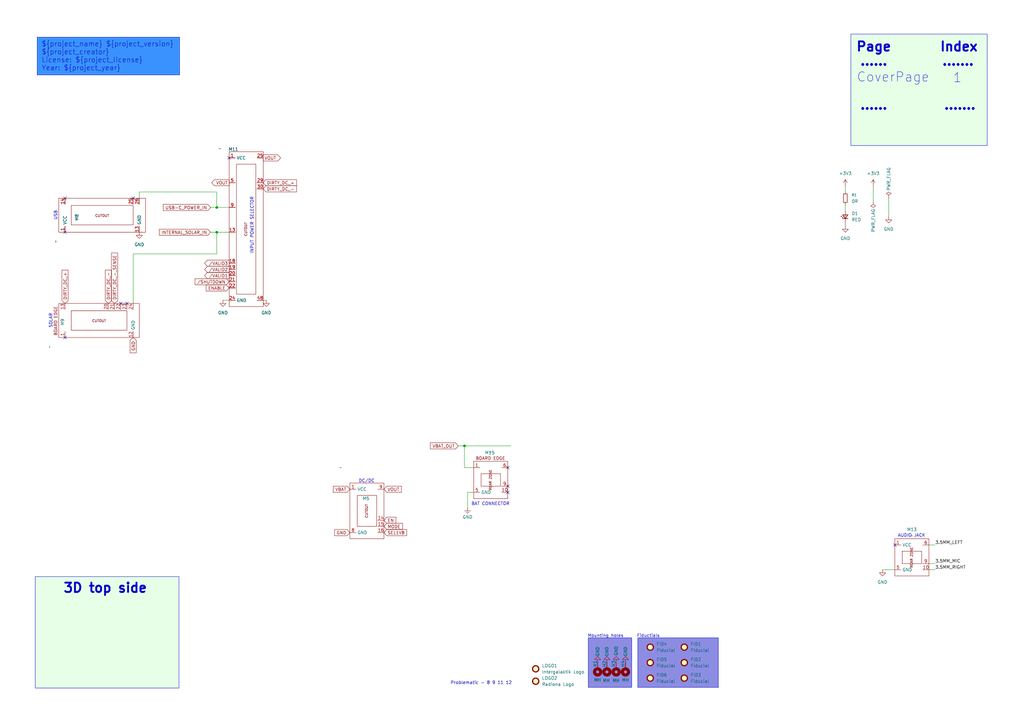
<source format=kicad_sch>
(kicad_sch (version 20250114) (generator "eeschema") (generator_version "9.0")
  (paper "A3")
  (title_block (title "${project_name}") (date "2025-08-19") (rev "${project_version}") (company "${project_creator}") (comment 1 "${project_license}"))
  (rectangle (start 43.18 -66.04) (end 81.28 -45.72))
  (rectangle (start 261.62 261.62) (end 294.64 281.94) (fill (type color) (color 0 0 194 0.45)))
  (rectangle (start 348.996 13.97) (end 404.876 59.69) (fill (type color) (color 0 255 0 0.1)))
  (rectangle (start 149.86 -27.94) (end 111.76 -15.24))
  (rectangle (start 241.3 261.62) (end 259.08 281.94) (fill (type color) (color 0 0 194 0.45)))
  (rectangle (start 149.86 -142.24) (end 111.76 -73.66))
  (rectangle (start 14.478 236.474) (end 73.406 282.194) (fill (type color) (color 0 255 0 0.1)))
  (rectangle (start 165.1 -35.56) (end 193.04 -15.24))
  (rectangle (start 164.592 -55.88) (end 192.532 -35.56))
  (rectangle (start 111.76 -48.26) (end 149.86 -27.94))
  (rectangle (start 149.86 -55.88) (end 111.76 -48.26))
  (rectangle (start 15.24 15.24) (end 73.66 30.734) (fill (type color) (color 58 146 255 1)))
  (rectangle (start 165.1 -63.5) (end 193.04 -55.88))
  (rectangle (start 162.56 -111.76) (end 193.04 -78.74))
  (rectangle (start 40.64 -40.64) (end 78.74 -27.94))
  (rectangle (start 165.1 -76.2) (end 193.04 -63.5))
  (text "SPEAKER to connector\nEverything else to FPGA" (at 581.66 15.24 0) (effects (font (size 1.27 1.27))))
  (text "INPUT POWER SELECTOR" (at 103.378 92.456 90) (effects (font (size 1.27 1.27))))
  (text "Fiductials" (at 265.938 260.858 0) (effects (font (size 1.27 1.27))))
  (text "SOLAR" (at 20.828 131.572 90) (effects (font (size 1.27 1.27))))
  (text "Problematic - 8 9 11 12" (at 197.358 280.162 0) (effects (font (size 1.27 1.27))))
  (text "All to FPGA" (at 583.692 73.406 0) (effects (font (size 1.27 1.27))))
  (text "DC/DC" (at 119.888 -26.162 0) (effects (font (size 1.27 1.27))))
  (text "MIC" (at 583.438 55.118 0) (effects (font (size 1.27 1.27))))
  (text "3D top side" (at 43.18 241.3 0) (effects (font (size 3.81 3.81) (thickness 0.762) (bold yes))))
  (text "AUDIO I2C IO" (at 51.054 -64.262 0) (effects (font (size 1.27 1.27))))
  (text "FPGA LEFT" (at 145.034 -145.542 0) (effects (font (size 1.27 1.27))))
  (text "......" (at 358.394 25.146 0) (effects (font (size 3.81 3.81) (thickness 0.762) (bold yes))))
  (text "PWR SELECTOR I2C IO" (at 58.166 -42.164 0) (effects (font (size 1.27 1.27))))
  (text "FPGA VCC" (at -65.786 -92.71 0) (effects (font (size 1.27 1.27))))
  (text "FPGA RIGHT" (at 168.148 -145.542 0) (effects (font (size 1.27 1.27))))
  (text "1" (at 392.684 32.004 0) (effects (font (size 3.81 3.81))))
  (text "AUDIO JACK" (at 373.888 219.71 0) (effects (font (size 1.27 1.27))))
  (text "CoverPage" (at 366.268 31.75 0) (effects (font (size 3.81 3.81))))
  (text "LoRa" (at 189.484 -74.168 0) (effects (font (size 1.27 1.27))))
  (text "......" (at 358.394 43.18 0) (effects (font (size 3.81 3.81) (thickness 0.762) (bold yes))))
  (text "BLUETOOTH" (at 581.152 100.33 0) (effects (font (size 1.27 1.27))))
  (text "MIC" (at 123.19 -51.054 0) (effects (font (size 1.27 1.27))))
  (text "LCD_RIGHT" (at 186.944 -53.34 0) (effects (font (size 1.27 1.27))))
  (text "BAT CONNECTOR" (at 201.168 206.756 0) (effects (font (size 1.27 1.27))))
  (text "${project_name} ${project_version}\n${project_creator}\nLicense: ${project_license}\nYear: ${project_year}" (at 17.018 17.018 0) (effects (font (size 2.032 2.032)) (justify left top)))
  (text "SIM/SD" (at 494.538 -22.098 0) (effects (font (size 1.27 1.27))))
  (text "MicroSIM connectedto CELULAR\nSD needs to be connected to FPGA" (at 494.792 -26.162 0) (effects (font (size 1.27 1.27))))
  (text "CELULAR" (at 508.508 156.718 0) (effects (font (size 1.27 1.27))))
  (text "All to FPGA" (at 508.508 233.172 0) (effects (font (size 1.27 1.27))))
  (text "Why on earth are A1 and B1 connected to two different\nPMODs, when there are unused pins on the FPGA?" (at 344.17 -27.432 0) (effects (font (size 1.27 1.27))))
  (text "LORA" (at 264.414 -69.342 0) (effects (font (size 1.27 1.27))))
  (text "All to FPGA" (at 501.65 127 0) (effects (font (size 1.27 1.27))))
  (text "All to FPGA" (at 581.406 136.398 0) (effects (font (size 1.27 1.27))))
  (text "Page" (at 358.394 19.304 0) (effects (font (size 3.81 3.81) (thickness 0.762) (bold yes))))
  (text "Mounting holes" (at 248.412 260.858 0) (effects (font (size 1.27 1.27))))
  (text "BT" (at 189.484 -61.722 0) (effects (font (size 1.27 1.27))))
  (text "MPPT SOLAR" (at 218.186 -123.19 90) (effects (font (size 1.27 1.27))))
  (text "OUTPUT FROM\nCHARGE SOURCE" (at 243.332 -101.346 90) (effects (font (size 1.27 1.27))))
  (text "LCD" (at 500.38 29.21 0) (effects (font (size 1.27 1.27))))
  (text "......." (at 393.7 43.18 0) (effects (font (size 3.81 3.81) (thickness 0.762) (bold yes))))
  (text "AUDIO" (at 119.634 -46.482 0) (effects (font (size 1.27 1.27))))
  (text "USB" (at 22.86 88.392 90) (effects (font (size 1.27 1.27))))
  (text "         Index" (at 380.238 19.304 0) (effects (font (size 3.81 3.81) (thickness 0.762) (bold yes))))
  (text "All to FPGA" (at 264.922 -12.192 0) (effects (font (size 1.27 1.27))))
  (text "......." (at 392.938 25.146 0) (effects (font (size 3.81 3.81) (thickness 0.762) (bold yes))))
  (text "CELULAR" (at 116.84 -134.112 0) (effects (font (size 1.27 1.27))))
  (text "AUDIO CODEC" (at 580.898 -23.622 0) (effects (font (size 1.27 1.27))))
  (text "SD" (at 188.976 -33.528 0) (effects (font (size 1.27 1.27))))
  (text "LCD_LEFT" (at 187.96 -106.68 0) (effects (font (size 1.27 1.27))))
  (text "DC/DC" (at 150.368 197.358 0) (effects (font (size 1.27 1.27))))
  (junction (at 328.93 -60.96))
  (junction (at 88.9 95.25))
  (junction (at 190.5 182.88))
  (junction (at 88.9 85.09))
  (no_connect (at 26.67 138.43))
  (no_connect (at 208.28 199.39))
  (no_connect (at 502.92 -6.35))
  (no_connect (at 208.28 191.77))
  (no_connect (at 502.92 -16.51))
  (no_connect (at 487.68 -19.05))
  (no_connect (at 54.61 81.28))
  (no_connect (at 93.98 64.77))
  (no_connect (at 26.67 95.25))
  (no_connect (at 49.53 124.46))
  (no_connect (at 208.28 201.93))
  (no_connect (at 367.03 223.52))
  (no_connect (at 26.67 81.28))
  (no_connect (at 486.41 -6.35))
  (no_connect (at 52.07 124.46))
  (wire (pts (xy 86.36 85.09) (xy 88.9 85.09)))
  (wire (pts (xy 191.77 201.93) (xy 194.31 201.93)))
  (wire (pts (xy 346.71 92.71) (xy 346.71 91.44)))
  (wire (pts (xy 173.99 -22.86) (xy 172.72 -22.86)))
  (wire (pts (xy 492.76 78.74) (xy 494.03 78.74)))
  (wire (pts (xy 227.33 -85.09) (xy 224.79 -85.09)))
  (wire (pts (xy 361.95 233.68) (xy 367.03 233.68)))
  (wire (pts (xy 509.27 93.98) (xy 508 93.98)))
  (wire (pts (xy -82.55 -138.43) (xy -82.55 -124.46)))
  (wire (pts (xy 492.76 109.22) (xy 494.03 109.22)))
  (wire (pts (xy 492.76 50.8) (xy 494.03 50.8)))
  (wire (pts (xy 173.99 -30.48) (xy 172.72 -30.48)))
  (wire (pts (xy 358.14 76.2) (xy 358.14 82.55)))
  (wire (pts (xy 509.27 76.2) (xy 508 76.2)))
  (wire (pts (xy 227.33 -123.19) (xy 224.79 -123.19)))
  (wire (pts (xy 505.46 -1.27) (xy 501.65 -1.27)))
  (wire (pts (xy 227.33 -107.95) (xy 224.79 -107.95)))
  (wire (pts (xy 173.99 -17.78) (xy 172.72 -17.78)))
  (wire (pts (xy 328.93 -60.96) (xy 336.55 -60.96)))
  (wire (pts (xy 492.76 114.3) (xy 494.03 114.3)))
  (wire (pts (xy 383.54 223.52) (xy 381 223.52)))
  (wire (pts (xy 190.5 182.88) (xy 190.5 191.77)))
  (wire (pts (xy 482.6 -8.89) (xy 487.68 -8.89)))
  (wire (pts (xy 54.61 124.46) (xy 54.61 104.14)))
  (wire (pts (xy 492.76 116.84) (xy 494.03 116.84)))
  (wire (pts (xy 558.8 -10.16) (xy 574.04 -10.16)))
  (wire (pts (xy 227.33 -105.41) (xy 224.79 -105.41)))
  (wire (pts (xy 381 233.68) (xy 383.54 233.68)))
  (wire (pts (xy 509.27 55.88) (xy 508 55.88)))
  (wire (pts (xy 499.11 215.9) (xy 501.65 215.9)))
  (wire (pts (xy 595.63 5.08) (xy 588.01 5.08)))
  (wire (pts (xy 483.87 -1.27) (xy 487.68 -1.27)))
  (wire (pts (xy 492.76 86.36) (xy 494.03 86.36)))
  (wire (pts (xy 227.33 -97.79) (xy 224.79 -97.79)))
  (wire (pts (xy -62.23 -115.57) (xy -62.23 -104.14)))
  (wire (pts (xy 499.11 220.98) (xy 501.65 220.98)))
  (wire (pts (xy 227.33 -90.17) (xy 224.79 -90.17)))
  (wire (pts (xy 227.33 -118.11) (xy 224.79 -118.11)))
  (wire (pts (xy 509.27 68.58) (xy 508 68.58)))
  (wire (pts (xy 346.71 83.82) (xy 346.71 86.36)))
  (wire (pts (xy 509.27 114.3) (xy 508 114.3)))
  (wire (pts (xy -62.23 -137.16) (xy -62.23 -127)))
  (wire (pts (xy 509.27 86.36) (xy 508 86.36)))
  (wire (pts (xy 509.27 88.9) (xy 508 88.9)))
  (wire (pts (xy 383.54 231.14) (xy 381 231.14)))
  (wire (pts (xy 227.33 -87.63) (xy 224.79 -87.63)))
  (wire (pts (xy 492.76 45.72) (xy 494.03 45.72)))
  (wire (pts (xy 327.66 -93.98) (xy 331.47 -93.98)))
  (wire (pts (xy 492.76 40.64) (xy 494.03 40.64)))
  (wire (pts (xy 339.09 -68.58) (xy 339.09 -60.96)))
  (wire (pts (xy 501.65 -3.81) (xy 521.97 -3.81)))
  (wire (pts (xy 570.23 132.08) (xy 574.04 132.08)))
  (wire (pts (xy 224.79 -135.89) (xy 237.49 -135.89)))
  (wire (pts (xy 492.76 88.9) (xy 494.03 88.9)))
  (wire (pts (xy 227.33 -102.87) (xy 224.79 -102.87)))
  (wire (pts (xy 336.55 -48.26) (xy 328.93 -48.26)))
  (wire (pts (xy 107.95 123.19) (xy 109.22 123.19)))
  (wire (pts (xy 509.27 66.04) (xy 508 66.04)))
  (wire (pts (xy 509.27 116.84) (xy 508 116.84)))
  (wire (pts (xy 492.76 73.66) (xy 494.03 73.66)))
  (wire (pts (xy 509.27 121.92) (xy 508 121.92)))
  (wire (pts (xy 88.9 95.25) (xy 88.9 104.14)))
  (wire (pts (xy 509.27 83.82) (xy 508 83.82)))
  (wire (pts (xy 492.76 104.14) (xy 494.03 104.14)))
  (wire (pts (xy 501.65 -11.43) (xy 514.35 -11.43)))
  (wire (pts (xy 492.76 121.92) (xy 494.03 121.92)))
  (wire (pts (xy 509.27 96.52) (xy 508 96.52)))
  (wire (pts (xy 86.36 95.25) (xy 88.9 95.25)))
  (wire (pts (xy 483.87 -6.35) (xy 487.68 -6.35)))
  (wire (pts (xy 482.6 -11.43) (xy 487.68 -11.43)))
  (wire (pts (xy 492.76 83.82) (xy 494.03 83.82)))
  (wire (pts (xy 492.76 106.68) (xy 494.03 106.68)))
  (wire (pts (xy 492.76 119.38) (xy 494.03 119.38)))
  (wire (pts (xy 173.99 -25.4) (xy 172.72 -25.4)))
  (wire (pts (xy 492.76 228.6) (xy 501.65 228.6)))
  (wire (pts (xy 54.61 104.14) (xy 88.9 104.14)))
  (wire (pts (xy 509.27 101.6) (xy 508 101.6)))
  (wire (pts (xy 492.76 38.1) (xy 494.03 38.1)))
  (wire (pts (xy 91.44 123.19) (xy 93.98 123.19)))
  (wire (pts (xy 509.27 33.02) (xy 508 33.02)))
  (wire (pts (xy 173.99 -27.94) (xy 172.72 -27.94)))
  (wire (pts (xy 339.09 -48.26) (xy 339.09 -38.1)))
  (wire (pts (xy 492.76 91.44) (xy 494.03 91.44)))
  (wire (pts (xy 482.6 -13.97) (xy 487.68 -13.97)))
  (wire (pts (xy 57.15 78.74) (xy 88.9 78.74)))
  (wire (pts (xy 509.27 111.76) (xy 508 111.76)))
  (wire (pts (xy 227.33 -110.49) (xy 224.79 -110.49)))
  (wire (pts (xy 173.99 -20.32) (xy 172.72 -20.32)))
  (wire (pts (xy 492.76 99.06) (xy 494.03 99.06)))
  (wire (pts (xy 57.15 81.28) (xy 57.15 78.74)))
  (wire (pts (xy 509.27 63.5) (xy 508 63.5)))
  (wire (pts (xy 509.27 53.34) (xy 508 53.34)))
  (wire (pts (xy 88.9 78.74) (xy 88.9 85.09)))
  (wire (pts (xy 509.27 119.38) (xy 508 119.38)))
  (wire (pts (xy 483.87 1.27) (xy 487.68 1.27)))
  (wire (pts (xy 227.33 -100.33) (xy 224.79 -100.33)))
  (wire (pts (xy 207.01 -77.47) (xy 210.82 -77.47)))
  (wire (pts (xy 364.49 81.28) (xy 364.49 88.9)))
  (wire (pts (xy 492.76 101.6) (xy 494.03 101.6)))
  (wire (pts (xy 364.49 -78.74) (xy 368.3 -78.74)))
  (wire (pts (xy 505.46 1.27) (xy 501.65 1.27)))
  (wire (pts (xy 468.63 -3.81) (xy 487.68 -3.81)))
  (wire (pts (xy 509.27 78.74) (xy 508 78.74)))
  (wire (pts (xy -74.93 -86.36) (xy -72.39 -86.36)))
  (wire (pts (xy 509.27 73.66) (xy 508 73.66)))
  (wire (pts (xy 504.19 -6.35) (xy 501.65 -6.35)))
  (wire (pts (xy 328.93 -48.26) (xy 328.93 -60.96)))
  (wire (pts (xy 227.33 -115.57) (xy 224.79 -115.57)))
  (wire (pts (xy 187.96 182.88) (xy 190.5 182.88)))
  (wire (pts (xy 227.33 -92.71) (xy 224.79 -92.71)))
  (wire (pts (xy 499.11 223.52) (xy 501.65 223.52)))
  (wire (pts (xy 509.27 71.12) (xy 508 71.12)))
  (wire (pts (xy -82.55 -115.57) (xy -82.55 -104.14)))
  (wire (pts (xy 190.5 182.88) (xy 209.55 182.88)))
  (wire (pts (xy 364.49 -82.55) (xy 364.49 -78.74)))
  (wire (pts (xy 483.87 3.81) (xy 487.68 3.81)))
  (wire (pts (xy 499.11 226.06) (xy 501.65 226.06)))
  (wire (pts (xy 570.23 5.08) (xy 574.04 5.08)))
  (wire (pts (xy 501.65 -13.97) (xy 514.35 -13.97)))
  (wire (pts (xy 588.01 -20.32) (xy 590.55 -20.32)))
  (wire (pts (xy 565.15 -20.32) (xy 574.04 -20.32)))
  (wire (pts (xy 88.9 85.09) (xy 93.98 85.09)))
  (wire (pts (xy 499.11 213.36) (xy 501.65 213.36)))
  (wire (pts (xy 346.71 76.2) (xy 346.71 78.74)))
  (wire (pts (xy 558.8 -7.62) (xy 574.04 -7.62)))
  (wire (pts (xy 492.76 111.76) (xy 494.03 111.76)))
  (wire (pts (xy 499.11 218.44) (xy 501.65 218.44)))
  (wire (pts (xy 88.9 95.25) (xy 93.98 95.25)))
  (wire (pts (xy 492.76 93.98) (xy 494.03 93.98)))
  (wire (pts (xy 191.77 208.28) (xy 191.77 201.93)))
  (wire (pts (xy 227.33 -113.03) (xy 224.79 -113.03)))
  (wire (pts (xy 509.27 81.28) (xy 508 81.28)))
  (wire (pts (xy 492.76 96.52) (xy 494.03 96.52)))
  (wire (pts (xy 509.27 58.42) (xy 508 58.42)))
  (wire (pts (xy 227.33 -120.65) (xy 224.79 -120.65)))
  (wire (pts (xy 364.49 -85.09) (xy 374.65 -85.09)))
  (wire (pts (xy 504.19 -16.51) (xy 501.65 -16.51)))
  (wire (pts (xy 492.76 33.02) (xy 494.03 33.02)))
  (wire (pts (xy 492.76 48.26) (xy 494.03 48.26)))
  (wire (pts (xy 492.76 81.28) (xy 494.03 81.28)))
  (wire (pts (xy 505.46 -19.05) (xy 501.65 -19.05)))
  (wire (pts (xy 224.79 -95.25) (xy 240.03 -95.25)))
  (wire (pts (xy 509.27 60.96) (xy 508 60.96)))
  (wire (pts (xy 509.27 106.68) (xy 508 106.68)))
  (wire (pts (xy 336.55 -68.58) (xy 339.09 -68.58)))
  (wire (pts (xy 492.76 76.2) (xy 494.03 76.2)))
  (wire (pts (xy 227.33 -82.55) (xy 224.79 -82.55)))
  (wire (pts (xy 492.76 43.18) (xy 494.03 43.18)))
  (wire (pts (xy 327.66 -91.44) (xy 340.36 -91.44)))
  (wire (pts (xy 509.27 109.22) (xy 508 109.22)))
  (wire (pts (xy 505.46 -8.89) (xy 501.65 -8.89)))
  (wire (pts (xy 509.27 99.06) (xy 508 99.06)))
  (wire (pts (xy 190.5 191.77) (xy 194.31 191.77)))
  (wire (pts (xy 492.76 35.56) (xy 494.03 35.56)))
  (wire (pts (xy 509.27 104.14) (xy 508 104.14)))
  (wire (pts (xy 173.99 -33.02) (xy 172.72 -33.02)))
  (wire (pts (xy 509.27 91.44) (xy 508 91.44)))
  (wire (pts (xy 505.46 3.81) (xy 501.65 3.81)))
  (label "USIM_VDD" (at 499.11 213.36 180))
  (label "SD_CD" (at 483.87 1.27 180))
  (label "SD_DAT2" (at 173.99 -27.94 0))
  (label "Input" (at 224.79 -135.89 0))
  (label "SD_DAT0" (at 173.99 -22.86 0))
  (label "USIM_CLK" (at 499.11 218.44 180))
  (label "STAT1" (at 227.33 -90.17 0))
  (label "SD_CMD" (at 173.99 -30.48 0))
  (label "UART_TX" (at 227.33 -85.09 0))
  (label "TS" (at 227.33 -102.87 0))
  (label "3.5MM_MIC" (at 383.54 231.14 0))
  (label "RGEN" (at 227.33 -113.03 0))
  (label "3.5MM_LEFT" (at 383.54 223.52 0))
  (label "SD_CMD" (at 483.87 -1.27 180))
  (label "USIM_DATA" (at 499.11 215.9 180))
  (label "{slash}USIM_RESET" (at 499.11 220.98 180))
  (label "SD_CLK" (at 173.99 -25.4 0))
  (label "SD_CD" (at 173.99 -33.02 0))
  (label "3.5MM_RIGHT" (at 383.54 233.68 0))
  (label "PH" (at 227.33 -123.19 0))
  (label "SD_CS" (at 227.33 -87.63 0))
  (label "USIM_VDD" (at 482.6 -13.97 180))
  (label "SD_DAT1" (at 505.46 3.81 0))
  (label "USIM_VPP" (at 482.6 -8.89 180))
  (label "{slash}USIM_RESET" (at 482.6 -11.43 180))
  (label "SD_CLK" (at 505.46 -8.89 0))
  (label "STAT2" (at 227.33 -92.71 0))
  (label "VFB" (at 227.33 -105.41 0))
  (label "UART_RX" (at 227.33 -82.55 0))
  (label "LODRV" (at 227.33 -120.65 0))
  (label "HIDRV" (at 227.33 -118.11 0))
  (label "USIM_VPP" (at 499.11 223.52 180))
  (label "SD_PRESENT" (at 173.99 -20.32 0))
  (label "SD_GND" (at 514.35 -3.81 0))
  (label "~{Charge EN}" (at 227.33 -97.79 0))
  (label "MPPSET" (at 227.33 -100.33 0))
  (label "USIM_CLK" (at 514.35 -13.97 0))
  (label "3.5MM_LEFT" (at 558.8 -7.62 180))
  (label "SD_DAT2" (at 505.46 -19.05 0))
  (label "VREF" (at 227.33 -107.95 0))
  (label "3.5MM_RIGHT" (at 558.8 -10.16 180))
  (label "USIM_DATA" (at 514.35 -11.43 0))
  (label "SD_DAT1" (at 173.99 -17.78 0))
  (label "BTST" (at 227.33 -115.57 0))
  (label "SD_PRESENT" (at 505.46 1.27 0))
  (label "SIM_GND" (at 468.63 -3.81 0))
  (label "3.5MM_MIC" (at 595.63 5.08 0))
  (label "SD_DAT0" (at 505.46 -1.27 0))
  (label "VCC" (at 227.33 -110.49 0))
  (global_label "B1_DUP" (shape bidirectional) (at 341.63 -60.96 90) (property "Intersheetrefs" "${INTERSHEET_REFS}" (effects (hide yes))))
  (global_label "J2_6" (shape bidirectional) (at 8.89 -138.43 0) (property "Intersheetrefs" "${INTERSHEET_REFS}" (effects (hide yes))))
  (global_label "J1_15" (shape bidirectional) (at 140.97 -123.19 0) (property "Intersheetrefs" "${INTERSHEET_REFS}" (effects (hide yes))))
  (global_label "J1_28" (shape bidirectional) (at -25.4 -110.49 0) (property "Intersheetrefs" "${INTERSHEET_REFS}" (effects (hide yes))))
  (global_label "D13" (shape input) (at 257.81 -33.02 180) (property "Intersheetrefs" "${INTERSHEET_REFS}" (effects (hide yes))))
  (global_label "PERp0" (shape bidirectional) (at 515.62 226.06 0) (property "Intersheetrefs" "${INTERSHEET_REFS}" (effects (hide yes))))
  (global_label "J1_48" (shape bidirectional) (at -25.4 -85.09 0) (property "Intersheetrefs" "${INTERSHEET_REFS}" (effects (hide yes))))
  (global_label "J1_3" (shape bidirectional) (at 140.97 -138.43 0) (property "Intersheetrefs" "${INTERSHEET_REFS}" (effects (hide yes))))
  (global_label "J2_49" (shape bidirectional) (at -62.23 -107.95 180) (property "Intersheetrefs" "${INTERSHEET_REFS}" (effects (hide yes))))
  (global_label "J1_50" (shape bidirectional) (at -25.4 -82.55 0) (property "Intersheetrefs" "${INTERSHEET_REFS}" (effects (hide yes))))
  (global_label "BLUE7" (shape input) (at 172.72 -35.56 0) (property "Intersheetrefs" "${INTERSHEET_REFS}" (effects (hide yes))))
  (global_label "J1_21" (shape bidirectional) (at 140.97 -115.57 0) (property "Intersheetrefs" "${INTERSHEET_REFS}" (effects (hide yes))))
  (global_label "J2_9" (shape bidirectional) (at -3.81 -133.35 180) (property "Intersheetrefs" "${INTERSHEET_REFS}" (effects (hide yes))))
  (global_label "J1_22" (shape bidirectional) (at 140.97 -41.91 0) (property "Intersheetrefs" "${INTERSHEET_REFS}" (effects (hide yes))))
  (global_label "SDA" (shape bidirectional) (at 172.72 -63.5 0) (property "Intersheetrefs" "${INTERSHEET_REFS}" (effects (hide yes))))
  (global_label "CPT_WAKE" (shape input) (at 172.72 -83.82 0) (property "Intersheetrefs" "${INTERSHEET_REFS}" (effects (hide yes))))
  (global_label "UART_RTS" (shape input) (at 588.01 127 0) (property "Intersheetrefs" "${INTERSHEET_REFS}" (effects (hide yes))))
  (global_label "J1_37" (shape bidirectional) (at -38.1 -97.79 180) (property "Intersheetrefs" "${INTERSHEET_REFS}" (effects (hide yes))))
  (global_label "J1_18" (shape bidirectional) (at -25.4 -123.19 0) (property "Intersheetrefs" "${INTERSHEET_REFS}" (effects (hide yes))))
  (global_label "RED1" (shape input) (at 509.27 58.42 0) (property "Intersheetrefs" "${INTERSHEET_REFS}" (effects (hide yes))))
  (global_label "J2_32" (shape bidirectional) (at 172.72 -55.88 180) (property "Intersheetrefs" "${INTERSHEET_REFS}" (effects (hide yes))))
  (global_label "J1_1" (shape bidirectional) (at -82.55 -113.03 180) (property "Intersheetrefs" "${INTERSHEET_REFS}" (effects (hide yes))))
  (global_label "I2S_BCLK" (shape input) (at 140.97 -36.83 180) (property "Intersheetrefs" "${INTERSHEET_REFS}" (effects (hide yes))))
  (global_label "J2_39" (shape bidirectional) (at 172.72 -93.98 180) (property "Intersheetrefs" "${INTERSHEET_REFS}" (effects (hide yes))))
  (global_label "GREEN0" (shape input) (at 154.94 -184.15 0) (property "Intersheetrefs" "${INTERSHEET_REFS}" (effects (hide yes))))
  (global_label "RED0" (shape input) (at 509.27 55.88 0) (property "Intersheetrefs" "${INTERSHEET_REFS}" (effects (hide yes))))
  (global_label "J2_20" (shape bidirectional) (at 172.72 -40.64 180) (property "Intersheetrefs" "${INTERSHEET_REFS}" (effects (hide yes))))
  (global_label "CPT_VDD" (shape input) (at 167.64 -157.48 0) (property "Intersheetrefs" "${INTERSHEET_REFS}" (effects (hide yes))))
  (global_label "BL_SCL" (shape input) (at 172.72 -106.68 0) (property "Intersheetrefs" "${INTERSHEET_REFS}" (effects (hide yes))))
  (global_label "J2_48" (shape bidirectional) (at 8.89 -85.09 0) (property "Intersheetrefs" "${INTERSHEET_REFS}" (effects (hide yes))))
  (global_label "DIRTY_DC_+" (shape input) (at 107.95 74.93 0) (property "Intersheetrefs" "${INTERSHEET_REFS}" (effects (hide yes))))
  (global_label "J1_6" (shape bidirectional) (at 140.97 -21.59 0) (property "Intersheetrefs" "${INTERSHEET_REFS}" (effects (hide yes))))
  (global_label "{slash}RESET" (shape input) (at 588.01 114.3 0) (property "Intersheetrefs" "${INTERSHEET_REFS}" (effects (hide yes))))
  (global_label "COEX_UART_RX_3V3" (shape input) (at 515.62 162.56 0) (property "Intersheetrefs" "${INTERSHEET_REFS}" (effects (hide yes))))
  (global_label "J2_34" (shape bidirectional) (at 8.89 -102.87 0) (property "Intersheetrefs" "${INTERSHEET_REFS}" (effects (hide yes))))
  (global_label "J2_30" (shape bidirectional) (at 172.72 -53.34 180) (property "Intersheetrefs" "${INTERSHEET_REFS}" (effects (hide yes))))
  (global_label "J1_50" (shape bidirectional) (at -82.55 -110.49 0) (property "Intersheetrefs" "${INTERSHEET_REFS}" (effects (hide yes))))
  (global_label "J2_45" (shape bidirectional) (at 172.72 -86.36 180) (property "Intersheetrefs" "${INTERSHEET_REFS}" (effects (hide yes))))
  (global_label "LED2" (shape input) (at 588.01 121.92 0) (property "Intersheetrefs" "${INTERSHEET_REFS}" (effects (hide yes))))
  (global_label "BL_3V3" (shape input) (at 167.64 -161.29 0) (property "Intersheetrefs" "${INTERSHEET_REFS}" (effects (hide yes))))
  (global_label "EXT_SW" (shape input) (at 257.81 -55.88 180) (property "Intersheetrefs" "${INTERSHEET_REFS}" (effects (hide yes))))
  (global_label "WCLK" (shape input) (at 588.01 -7.62 0) (property "Intersheetrefs" "${INTERSHEET_REFS}" (effects (hide yes))))
  (global_label "J1_43" (shape bidirectional) (at -38.1 -90.17 180) (property "Intersheetrefs" "${INTERSHEET_REFS}" (effects (hide yes))))
  (global_label "DIRTY_DC_-_SENSE" (shape input) (at 46.99 124.46 90) (property "Intersheetrefs" "${INTERSHEET_REFS}" (effects (hide yes))))
  (global_label "SEL1V8" (shape input) (at 157.48 218.44 0) (property "Intersheetrefs" "${INTERSHEET_REFS}" (effects (hide yes))))
  (global_label "D0" (shape input) (at 257.81 -30.48 180) (property "Intersheetrefs" "${INTERSHEET_REFS}" (effects (hide yes))))
  (global_label "J1_6" (shape bidirectional) (at -25.4 -138.43 0) (property "Intersheetrefs" "${INTERSHEET_REFS}" (effects (hide yes))))
  (global_label "BLUE2" (shape input) (at 154.94 -162.56 0) (property "Intersheetrefs" "${INTERSHEET_REFS}" (effects (hide yes))))
  (global_label "J1_41" (shape bidirectional) (at -38.1 -92.71 180) (property "Intersheetrefs" "${INTERSHEET_REFS}" (effects (hide yes))))
  (global_label "BLUE6" (shape input) (at 172.72 -38.1 0) (property "Intersheetrefs" "${INTERSHEET_REFS}" (effects (hide yes))))
  (global_label "J2_31" (shape bidirectional) (at -3.81 -105.41 180) (property "Intersheetrefs" "${INTERSHEET_REFS}" (effects (hide yes))))
  (global_label "D11" (shape input) (at 271.78 -55.88 0) (property "Intersheetrefs" "${INTERSHEET_REFS}" (effects (hide yes))))
  (global_label "V1.8_MODE" (shape input) (at 140.97 -46.99 180) (property "Intersheetrefs" "${INTERSHEET_REFS}" (effects (hide yes))))
  (global_label "RED4" (shape input) (at 509.27 66.04 0) (property "Intersheetrefs" "${INTERSHEET_REFS}" (effects (hide yes))))
  (global_label "GREEN1" (shape input) (at 509.27 81.28 0) (property "Intersheetrefs" "${INTERSHEET_REFS}" (effects (hide yes))))
  (global_label "D1" (shape bidirectional) (at 327.66 -83.82 0) (property "Intersheetrefs" "${INTERSHEET_REFS}" (effects (hide yes))))
  (global_label "J2_26" (shape bidirectional) (at 172.72 -48.26 180) (property "Intersheetrefs" "${INTERSHEET_REFS}" (effects (hide yes))))
  (global_label "RED6" (shape input) (at 509.27 71.12 0) (property "Intersheetrefs" "${INTERSHEET_REFS}" (effects (hide yes))))
  (global_label "DATA" (shape output) (at 590.55 68.58 0) (property "Intersheetrefs" "${INTERSHEET_REFS}" (effects (hide yes))))
  (global_label "J2_20" (shape bidirectional) (at 8.89 -120.65 0) (property "Intersheetrefs" "${INTERSHEET_REFS}" (effects (hide yes))))
  (global_label "GREEN4" (shape input) (at 509.27 88.9 0) (property "Intersheetrefs" "${INTERSHEET_REFS}" (effects (hide yes))))
  (global_label "J1_13" (shape bidirectional) (at 140.97 -125.73 0) (property "Intersheetrefs" "${INTERSHEET_REFS}" (effects (hide yes))))
  (global_label "D1" (shape input) (at 257.81 -27.94 180) (property "Intersheetrefs" "${INTERSHEET_REFS}" (effects (hide yes))))
  (global_label "USB_D-" (shape bidirectional) (at 139.7 -97.79 180) (property "Intersheetrefs" "${INTERSHEET_REFS}" (effects (hide yes))))
  (global_label "{slash}RESET_3V3" (shape input) (at 515.62 177.8 0) (property "Intersheetrefs" "${INTERSHEET_REFS}" (effects (hide yes))))
  (global_label "J1_41" (shape bidirectional) (at 140.97 -90.17 0) (property "Intersheetrefs" "${INTERSHEET_REFS}" (effects (hide yes))))
  (global_label "J2_38" (shape bidirectional) (at 8.89 -97.79 0) (property "Intersheetrefs" "${INTERSHEET_REFS}" (effects (hide yes))))
  (global_label "{slash}W_DISABLE_3V3" (shape input) (at 139.7 -130.81 180) (property "Intersheetrefs" "${INTERSHEET_REFS}" (effects (hide yes))))
  (global_label "J1_44" (shape bidirectional) (at -25.4 -90.17 0) (property "Intersheetrefs" "${INTERSHEET_REFS}" (effects (hide yes))))
  (global_label "RESIST_YU" (shape input) (at 180.34 -158.75 0) (property "Intersheetrefs" "${INTERSHEET_REFS}" (effects (hide yes))))
  (global_label "J2_40" (shape bidirectional) (at 8.89 -95.25 0) (property "Intersheetrefs" "${INTERSHEET_REFS}" (effects (hide yes))))
  (global_label "J1_47" (shape bidirectional) (at -38.1 -85.09 180) (property "Intersheetrefs" "${INTERSHEET_REFS}" (effects (hide yes))))
  (global_label "SD_VDD" (shape bidirectional) (at 483.87 -6.35 180) (property "Intersheetrefs" "${INTERSHEET_REFS}" (effects (hide yes))))
  (global_label "J2_3" (shape bidirectional) (at -3.81 -140.97 180) (property "Intersheetrefs" "${INTERSHEET_REFS}" (effects (hide yes))))
  (global_label "SCL" (shape bidirectional) (at 172.72 -60.96 0) (property "Intersheetrefs" "${INTERSHEET_REFS}" (effects (hide yes))))
  (global_label "UART_RXD" (shape input) (at 588.01 132.08 0) (property "Intersheetrefs" "${INTERSHEET_REFS}" (effects (hide yes))))
  (global_label "A3" (shape bidirectional) (at 364.49 -92.71 0) (property "Intersheetrefs" "${INTERSHEET_REFS}" (effects (hide yes))))
  (global_label "J1_22" (shape bidirectional) (at -25.4 -118.11 0) (property "Intersheetrefs" "${INTERSHEET_REFS}" (effects (hide yes))))
  (global_label "J1_11" (shape bidirectional) (at -38.1 -130.81 180) (property "Intersheetrefs" "${INTERSHEET_REFS}" (effects (hide yes))))
  (global_label "J2_7" (shape bidirectional) (at 172.72 -134.62 180) (property "Intersheetrefs" "${INTERSHEET_REFS}" (effects (hide yes))))
  (global_label "BLUE6" (shape input) (at 509.27 116.84 0) (property "Intersheetrefs" "${INTERSHEET_REFS}" (effects (hide yes))))
  (global_label "J2_1" (shape bidirectional) (at -62.23 -113.03 180) (property "Intersheetrefs" "${INTERSHEET_REFS}" (effects (hide yes))))
  (global_label "SWCLK" (shape input) (at 257.81 -45.72 180) (property "Intersheetrefs" "${INTERSHEET_REFS}" (effects (hide yes))))
  (global_label "J2_46" (shape bidirectional) (at 8.89 -87.63 0) (property "Intersheetrefs" "${INTERSHEET_REFS}" (effects (hide yes))))
  (global_label "RED1" (shape input) (at 156.21 -196.85 0) (property "Intersheetrefs" "${INTERSHEET_REFS}" (effects (hide yes))))
  (global_label "J2_24" (shape bidirectional) (at 172.72 -45.72 180) (property "Intersheetrefs" "${INTERSHEET_REFS}" (effects (hide yes))))
  (global_label "J1_31" (shape bidirectional) (at -38.1 -105.41 180) (property "Intersheetrefs" "${INTERSHEET_REFS}" (effects (hide yes))))
  (global_label "SCLK1" (shape bidirectional) (at 574.04 116.84 180) (property "Intersheetrefs" "${INTERSHEET_REFS}" (effects (hide yes))))
  (global_label "PCM_CLK_3V3" (shape bidirectional) (at 140.97 -107.95 180) (property "Intersheetrefs" "${INTERSHEET_REFS}" (effects (hide yes))))
  (global_label "BLUE2" (shape input) (at 509.27 106.68 0) (property "Intersheetrefs" "${INTERSHEET_REFS}" (effects (hide yes))))
  (global_label "J1_10" (shape bidirectional) (at 140.97 -26.67 0) (property "Intersheetrefs" "${INTERSHEET_REFS}" (effects (hide yes))))
  (global_label "J2_45" (shape bidirectional) (at -62.23 -127 180) (property "Intersheetrefs" "${INTERSHEET_REFS}" (effects (hide yes))))
  (global_label "J2_48" (shape bidirectional) (at 172.72 -76.2 180) (property "Intersheetrefs" "${INTERSHEET_REFS}" (effects (hide yes))))
  (global_label "J2_2" (shape bidirectional) (at -62.23 -115.57 0) (property "Intersheetrefs" "${INTERSHEET_REFS}" (effects (hide yes))))
  (global_label "I2S_MCLK" (shape input) (at 140.97 -34.29 180) (property "Intersheetrefs" "${INTERSHEET_REFS}" (effects (hide yes))))
  (global_label "BLUE1" (shape input) (at 509.27 104.14 0) (property "Intersheetrefs" "${INTERSHEET_REFS}" (effects (hide yes))))
  (global_label "J1_24" (shape bidirectional) (at 140.97 -44.45 0) (property "Intersheetrefs" "${INTERSHEET_REFS}" (effects (hide yes))))
  (global_label "UART_TX_3V3" (shape output) (at 139.7 -120.65 180) (property "Intersheetrefs" "${INTERSHEET_REFS}" (effects (hide yes))))
  (global_label "J2_50" (shape bidirectional) (at 8.89 -82.55 0) (property "Intersheetrefs" "${INTERSHEET_REFS}" (effects (hide yes))))
  (global_label "USB_D-" (shape bidirectional) (at 515.62 205.74 0) (property "Intersheetrefs" "${INTERSHEET_REFS}" (effects (hide yes))))
  (global_label "J1_47" (shape bidirectional) (at 140.97 -82.55 0) (property "Intersheetrefs" "${INTERSHEET_REFS}" (effects (hide yes))))
  (global_label "ENABLE" (shape input) (at 93.98 118.11 180) (property "Intersheetrefs" "${INTERSHEET_REFS}" (effects (hide yes))))
  (global_label "J2_28" (shape bidirectional) (at 172.72 -50.8 180) (property "Intersheetrefs" "${INTERSHEET_REFS}" (effects (hide yes))))
  (global_label "RED5" (shape input) (at 509.27 68.58 0) (property "Intersheetrefs" "${INTERSHEET_REFS}" (effects (hide yes))))
  (global_label "RI_HOST_WAKE_3V3" (shape output) (at 139.7 -113.03 180) (property "Intersheetrefs" "${INTERSHEET_REFS}" (effects (hide yes))))
  (global_label "J1_27" (shape bidirectional) (at 140.97 -107.95 0) (property "Intersheetrefs" "${INTERSHEET_REFS}" (effects (hide yes))))
  (global_label "GREEN2" (shape input) (at 509.27 83.82 0) (property "Intersheetrefs" "${INTERSHEET_REFS}" (effects (hide yes))))
  (global_label "I2S_MCLK" (shape input) (at 588.01 -2.54 0) (property "Intersheetrefs" "${INTERSHEET_REFS}" (effects (hide yes))))
  (global_label "J2_47" (shape bidirectional) (at -3.81 -85.09 180) (property "Intersheetrefs" "${INTERSHEET_REFS}" (effects (hide yes))))
  (global_label "J2_15" (shape bidirectional) (at 172.72 -124.46 180) (property "Intersheetrefs" "${INTERSHEET_REFS}" (effects (hide yes))))
  (global_label "SCL" (shape input) (at 140.97 -29.21 180) (property "Intersheetrefs" "${INTERSHEET_REFS}" (effects (hide yes))))
  (global_label "{slash}VALID3" (shape output) (at 69.85 -29.21 180) (property "Intersheetrefs" "${INTERSHEET_REFS}" (effects (hide yes))))
  (global_label "RESIST_YD" (shape input) (at 492.76 96.52 180) (property "Intersheetrefs" "${INTERSHEET_REFS}" (effects (hide yes))))
  (global_label "I2S_DOUT" (shape output) (at 140.97 -44.45 180) (property "Intersheetrefs" "${INTERSHEET_REFS}" (effects (hide yes))))
  (global_label "CPT_SDA" (shape input) (at 492.76 109.22 180) (property "Intersheetrefs" "${INTERSHEET_REFS}" (effects (hide yes))))
  (global_label "{slash}LED_WWAN_OC_OUT" (shape bidirectional) (at 515.62 215.9 0) (property "Intersheetrefs" "${INTERSHEET_REFS}" (effects (hide yes))))
  (global_label "TEMP1" (shape input) (at 574.04 127 180) (property "Intersheetrefs" "${INTERSHEET_REFS}" (effects (hide yes))))
  (global_label "J1_44" (shape bidirectional) (at 140.97 -69.85 0) (property "Intersheetrefs" "${INTERSHEET_REFS}" (effects (hide yes))))
  (global_label "RST" (shape input) (at 257.81 -50.8 180) (property "Intersheetrefs" "${INTERSHEET_REFS}" (effects (hide yes))))
  (global_label "D3" (shape input) (at 271.78 -30.48 0) (property "Intersheetrefs" "${INTERSHEET_REFS}" (effects (hide yes))))
  (global_label "J2_39" (shape bidirectional) (at -3.81 -95.25 180) (property "Intersheetrefs" "${INTERSHEET_REFS}" (effects (hide yes))))
  (global_label "J1_3" (shape bidirectional) (at -38.1 -140.97 180) (property "Intersheetrefs" "${INTERSHEET_REFS}" (effects (hide yes))))
  (global_label "GND" (shape input) (at 271.78 -20.32 0) (property "Intersheetrefs" "${INTERSHEET_REFS}" (effects (hide yes))))
  (global_label "VCC_3V3" (shape input) (at 574.04 104.14 180) (property "Intersheetrefs" "${INTERSHEET_REFS}" (effects (hide yes))))
  (global_label "D8" (shape input) (at 271.78 -48.26 0) (property "Intersheetrefs" "${INTERSHEET_REFS}" (effects (hide yes))))
  (global_label "J1_8" (shape bidirectional) (at 140.97 -24.13 0) (property "Intersheetrefs" "${INTERSHEET_REFS}" (effects (hide yes))))
  (global_label "I2C_DATA_1V8" (shape bidirectional) (at 515.62 218.44 0) (property "Intersheetrefs" "${INTERSHEET_REFS}" (effects (hide yes))))
  (global_label "LR_SELECT" (shape input) (at 140.97 -54.61 180) (property "Intersheetrefs" "${INTERSHEET_REFS}" (effects (hide yes))))
  (global_label "J1_23" (shape bidirectional) (at 140.97 -113.03 0) (property "Intersheetrefs" "${INTERSHEET_REFS}" (effects (hide yes))))
  (global_label "{slash}VALID1" (shape output) (at 93.98 113.03 180) (property "Intersheetrefs" "${INTERSHEET_REFS}" (effects (hide yes))))
  (global_label "USB_D+" (shape bidirectional) (at 139.7 -95.25 180) (property "Intersheetrefs" "${INTERSHEET_REFS}" (effects (hide yes))))
  (global_label "J2_6" (shape bidirectional) (at -62.23 -129.54 0) (property "Intersheetrefs" "${INTERSHEET_REFS}" (effects (hide yes))))
  (global_label "RI_HOST_WAKE_3V3" (shape output) (at 515.62 187.96 0) (property "Intersheetrefs" "${INTERSHEET_REFS}" (effects (hide yes))))
  (global_label "J2_31" (shape bidirectional) (at 172.72 -104.14 180) (property "Intersheetrefs" "${INTERSHEET_REFS}" (effects (hide yes))))
  (global_label "VBAT" (shape input) (at 492.76 35.56 180) (property "Intersheetrefs" "${INTERSHEET_REFS}" (effects (hide yes))))
  (global_label "UART_TXD" (shape output) (at 588.01 129.54 0) (property "Intersheetrefs" "${INTERSHEET_REFS}" (effects (hide yes))))
  (global_label "J2_9" (shape bidirectional) (at 172.72 -132.08 180) (property "Intersheetrefs" "${INTERSHEET_REFS}" (effects (hide yes))))
  (global_label "A1" (shape bidirectional) (at 327.66 -88.9 0) (property "Intersheetrefs" "${INTERSHEET_REFS}" (effects (hide yes))))
  (global_label "J1_16" (shape bidirectional) (at -25.4 -125.73 0) (property "Intersheetrefs" "${INTERSHEET_REFS}" (effects (hide yes))))
  (global_label "J1_9" (shape bidirectional) (at 140.97 -130.81 0) (property "Intersheetrefs" "${INTERSHEET_REFS}" (effects (hide yes))))
  (global_label "VBAT" (shape input) (at 143.51 200.66 180) (property "Intersheetrefs" "${INTERSHEET_REFS}" (effects (hide yes))))
  (global_label "J2_16" (shape bidirectional) (at 172.72 -35.56 180) (property "Intersheetrefs" "${INTERSHEET_REFS}" (effects (hide yes))))
  (global_label "DCLK" (shape input) (at 492.76 73.66 180) (property "Intersheetrefs" "${INTERSHEET_REFS}" (effects (hide yes))))
  (global_label "J1_49" (shape bidirectional) (at -38.1 -82.55 180) (property "Intersheetrefs" "${INTERSHEET_REFS}" (effects (hide yes))))
  (global_label "B6" (shape bidirectional) (at 364.49 -90.17 0) (property "Intersheetrefs" "${INTERSHEET_REFS}" (effects (hide yes))))
  (global_label "J1_7" (shape bidirectional) (at -38.1 -135.89 180) (property "Intersheetrefs" "${INTERSHEET_REFS}" (effects (hide yes))))
  (global_label "PERp0" (shape bidirectional) (at 139.7 -77.47 180) (property "Intersheetrefs" "${INTERSHEET_REFS}" (effects (hide yes))))
  (global_label "SCL" (shape input) (at 588.01 2.54 0) (property "Intersheetrefs" "${INTERSHEET_REFS}" (effects (hide yes))))
  (global_label "COEX_UART_RX_3V3" (shape input) (at 139.7 -138.43 180) (property "Intersheetrefs" "${INTERSHEET_REFS}" (effects (hide yes))))
  (global_label "J2_11" (shape bidirectional) (at 172.72 -129.54 180) (property "Intersheetrefs" "${INTERSHEET_REFS}" (effects (hide yes))))
  (global_label "BLUE0" (shape input) (at 509.27 101.6 0) (property "Intersheetrefs" "${INTERSHEET_REFS}" (effects (hide yes))))
  (global_label "J2_25" (shape bidirectional) (at -3.81 -113.03 180) (property "Intersheetrefs" "${INTERSHEET_REFS}" (effects (hide yes))))
  (global_label "J1_5" (shape bidirectional) (at 140.97 -135.89 0) (property "Intersheetrefs" "${INTERSHEET_REFS}" (effects (hide yes))))
  (global_label "{slash}LED_WWAN_OC_OUT" (shape bidirectional) (at 139.7 -87.63 180) (property "Intersheetrefs" "${INTERSHEET_REFS}" (effects (hide yes))))
  (global_label "J2_28" (shape bidirectional) (at 8.89 -110.49 0) (property "Intersheetrefs" "${INTERSHEET_REFS}" (effects (hide yes))))
  (global_label "J2_2" (shape bidirectional) (at 172.72 -17.78 180) (property "Intersheetrefs" "${INTERSHEET_REFS}" (effects (hide yes))))
  (global_label "J1_2" (shape bidirectional) (at -82.55 -115.57 0) (property "Intersheetrefs" "${INTERSHEET_REFS}" (effects (hide yes))))
  (global_label "J1_40" (shape bidirectional) (at 140.97 -64.77 0) (property "Intersheetrefs" "${INTERSHEET_REFS}" (effects (hide yes))))
  (global_label "J1_25" (shape bidirectional) (at -38.1 -113.03 180) (property "Intersheetrefs" "${INTERSHEET_REFS}" (effects (hide yes))))
  (global_label "VBAT" (shape input) (at 501.65 160.02 180) (property "Intersheetrefs" "${INTERSHEET_REFS}" (effects (hide yes))))
  (global_label "CPT_WAKE" (shape input) (at 492.76 114.3 180) (property "Intersheetrefs" "${INTERSHEET_REFS}" (effects (hide yes))))
  (global_label "RED7" (shape input) (at 172.72 -50.8 0) (property "Intersheetrefs" "${INTERSHEET_REFS}" (effects (hide yes))))
  (global_label "J1_29" (shape bidirectional) (at -38.1 -107.95 180) (property "Intersheetrefs" "${INTERSHEET_REFS}" (effects (hide yes))))
  (global_label "J2_22" (shape bidirectional) (at 172.72 -43.18 180) (property "Intersheetrefs" "${INTERSHEET_REFS}" (effects (hide yes))))
  (global_label "J2_36" (shape bidirectional) (at 8.89 -100.33 0) (property "Intersheetrefs" "${INTERSHEET_REFS}" (effects (hide yes))))
  (global_label "J2_4" (shape bidirectional) (at 8.89 -140.97 0) (property "Intersheetrefs" "${INTERSHEET_REFS}" (effects (hide yes))))
  (global_label "COEX_UART_TX_3V3" (shape output) (at 139.7 -118.11 180) (property "Intersheetrefs" "${INTERSHEET_REFS}" (effects (hide yes))))
  (global_label "J2_32" (shape bidirectional) (at 8.89 -105.41 0) (property "Intersheetrefs" "${INTERSHEET_REFS}" (effects (hide yes))))
  (global_label "RESERVED_PIN46" (shape bidirectional) (at 515.62 210.82 0) (property "Intersheetrefs" "${INTERSHEET_REFS}" (effects (hide yes))))
  (global_label "E1" (shape bidirectional) (at 344.17 -60.96 90) (property "Intersheetrefs" "${INTERSHEET_REFS}" (effects (hide yes))))
  (global_label "GPIO1" (shape bidirectional) (at 588.01 -17.78 0) (property "Intersheetrefs" "${INTERSHEET_REFS}" (effects (hide yes))))
  (global_label "CTP_INT" (shape input) (at 492.76 116.84 180) (property "Intersheetrefs" "${INTERSHEET_REFS}" (effects (hide yes))))
  (global_label "BLUE3" (shape input) (at 509.27 109.22 0) (property "Intersheetrefs" "${INTERSHEET_REFS}" (effects (hide yes))))
  (global_label "J1_12" (shape bidirectional) (at 140.97 -29.21 0) (property "Intersheetrefs" "${INTERSHEET_REFS}" (effects (hide yes))))
  (global_label "J1_43" (shape bidirectional) (at 140.97 -87.63 0) (property "Intersheetrefs" "${INTERSHEET_REFS}" (effects (hide yes))))
  (global_label "USB-C_POWER_IN" (shape input) (at 86.36 85.09 180) (property "Intersheetrefs" "${INTERSHEET_REFS}" (effects (hide yes))))
  (global_label "CPT_VDD" (shape input) (at 492.76 111.76 180) (property "Intersheetrefs" "${INTERSHEET_REFS}" (effects (hide yes))))
  (global_label "J1_26" (shape bidirectional) (at 140.97 -46.99 0) (property "Intersheetrefs" "${INTERSHEET_REFS}" (effects (hide yes))))
  (global_label "J2_5" (shape bidirectional) (at -3.81 -138.43 180) (property "Intersheetrefs" "${INTERSHEET_REFS}" (effects (hide yes))))
  (global_label "I2C_SCL_1V8" (shape output) (at 515.62 220.98 0) (property "Intersheetrefs" "${INTERSHEET_REFS}" (effects (hide yes))))
  (global_label "{slash}CLKREQ" (shape output) (at 139.7 -100.33 180) (property "Intersheetrefs" "${INTERSHEET_REFS}" (effects (hide yes))))
  (global_label "J1_39" (shape bidirectional) (at 140.97 -92.71 0) (property "Intersheetrefs" "${INTERSHEET_REFS}" (effects (hide yes))))
  (global_label "I2S_DOUT" (shape output) (at 588.01 -12.7 0) (property "Intersheetrefs" "${INTERSHEET_REFS}" (effects (hide yes))))
  (global_label "SIM_AUX2" (shape bidirectional) (at 504.19 -6.35 0) (property "Intersheetrefs" "${INTERSHEET_REFS}" (effects (hide yes))))
  (global_label "EN" (shape input) (at 139.7 -140.97 180) (property "Intersheetrefs" "${INTERSHEET_REFS}" (effects (hide yes))))
  (global_label "GPIO1" (shape bidirectional) (at 73.66 -55.88 180) (property "Intersheetrefs" "${INTERSHEET_REFS}" (effects (hide yes))))
  (global_label "J1_38" (shape bidirectional) (at -25.4 -97.79 0) (property "Intersheetrefs" "${INTERSHEET_REFS}" (effects (hide yes))))
  (global_label "VBAT_OUT" (shape input) (at 187.96 182.88 180) (property "Intersheetrefs" "${INTERSHEET_REFS}" (effects (hide yes))))
  (global_label "J2_38" (shape bidirectional) (at 172.72 -63.5 180) (property "Intersheetrefs" "${INTERSHEET_REFS}" (effects (hide yes))))
  (global_label "J2_1" (shape bidirectional) (at -3.81 -143.51 180) (property "Intersheetrefs" "${INTERSHEET_REFS}" (effects (hide yes))))
  (global_label "USIM_SIM_PRESENT_IN" (shape bidirectional) (at 139.7 -90.17 180) (property "Intersheetrefs" "${INTERSHEET_REFS}" (effects (hide yes))))
  (global_label "BL_PWM" (shape input) (at 172.72 -104.14 0) (property "Intersheetrefs" "${INTERSHEET_REFS}" (effects (hide yes))))
  (global_label "GREEN3" (shape input) (at 509.27 86.36 0) (property "Intersheetrefs" "${INTERSHEET_REFS}" (effects (hide yes))))
  (global_label "J1_35" (shape bidirectional) (at -38.1 -100.33 180) (property "Intersheetrefs" "${INTERSHEET_REFS}" (effects (hide yes))))
  (global_label "PWM" (shape bidirectional) (at 172.72 -58.42 0) (property "Intersheetrefs" "${INTERSHEET_REFS}" (effects (hide yes))))
  (global_label "J2_40" (shape bidirectional) (at 172.72 -66.04 180) (property "Intersheetrefs" "${INTERSHEET_REFS}" (effects (hide yes))))
  (global_label "J1_23" (shape bidirectional) (at -38.1 -115.57 180) (property "Intersheetrefs" "${INTERSHEET_REFS}" (effects (hide yes))))
  (global_label "J2_50" (shape bidirectional) (at -62.23 -110.49 0) (property "Intersheetrefs" "${INTERSHEET_REFS}" (effects (hide yes))))
  (global_label "{slash}SHUTDOWN" (shape input) (at 93.98 115.57 180) (property "Intersheetrefs" "${INTERSHEET_REFS}" (effects (hide yes))))
  (global_label "UART_CTS_3V3" (shape input) (at 139.7 -133.35 180) (property "Intersheetrefs" "${INTERSHEET_REFS}" (effects (hide yes))))
  (global_label "PCM_DIN_3V3" (shape input) (at 515.62 175.26 0) (property "Intersheetrefs" "${INTERSHEET_REFS}" (effects (hide yes))))
  (global_label "J1_5" (shape bidirectional) (at -38.1 -138.43 180) (property "Intersheetrefs" "${INTERSHEET_REFS}" (effects (hide yes))))
  (global_label "J2_26" (shape bidirectional) (at 8.89 -113.03 0) (property "Intersheetrefs" "${INTERSHEET_REFS}" (effects (hide yes))))
  (global_label "VOUT" (shape output) (at 93.98 74.93 180) (property "Intersheetrefs" "${INTERSHEET_REFS}" (effects (hide yes))))
  (global_label "J2_37" (shape bidirectional) (at -3.81 -97.79 180) (property "Intersheetrefs" "${INTERSHEET_REFS}" (effects (hide yes))))
  (global_label "J1_21" (shape bidirectional) (at -38.1 -118.11 180) (property "Intersheetrefs" "${INTERSHEET_REFS}" (effects (hide yes))))
  (global_label "J1_9" (shape bidirectional) (at -38.1 -133.35 180) (property "Intersheetrefs" "${INTERSHEET_REFS}" (effects (hide yes))))
  (global_label "J1_31" (shape bidirectional) (at 140.97 -102.87 0) (property "Intersheetrefs" "${INTERSHEET_REFS}" (effects (hide yes))))
  (global_label "J2_4" (shape bidirectional) (at 172.72 -20.32 180) (property "Intersheetrefs" "${INTERSHEET_REFS}" (effects (hide yes))))
  (global_label "J2_5" (shape bidirectional) (at 172.72 -137.16 180) (property "Intersheetrefs" "${INTERSHEET_REFS}" (effects (hide yes))))
  (global_label "RESERVED_PIN46" (shape bidirectional) (at 139.7 -92.71 180) (property "Intersheetrefs" "${INTERSHEET_REFS}" (effects (hide yes))))
  (global_label "D12" (shape input) (at 257.81 -35.56 180) (property "Intersheetrefs" "${INTERSHEET_REFS}" (effects (hide yes))))
  (global_label "J2_15" (shape bidirectional) (at -3.81 -125.73 180) (property "Intersheetrefs" "${INTERSHEET_REFS}" (effects (hide yes))))
  (global_label "GND" (shape input) (at 54.61 138.43 270) (property "Intersheetrefs" "${INTERSHEET_REFS}" (effects (hide yes))))
  (global_label "J2_11" (shape bidirectional) (at -3.81 -130.81 180) (property "Intersheetrefs" "${INTERSHEET_REFS}" (effects (hide yes))))
  (global_label "EN" (shape input) (at 157.48 213.36 0) (property "Intersheetrefs" "${INTERSHEET_REFS}" (effects (hide yes))))
  (global_label "GREEN4" (shape input) (at 154.94 -173.99 0) (property "Intersheetrefs" "${INTERSHEET_REFS}" (effects (hide yes))))
  (global_label "VOUT" (shape output) (at 107.95 64.77 0) (property "Intersheetrefs" "${INTERSHEET_REFS}" (effects (hide yes))))
  (global_label "J2_49" (shape bidirectional) (at -3.81 -82.55 180) (property "Intersheetrefs" "${INTERSHEET_REFS}" (effects (hide yes))))
  (global_label "J1_6" (shape bidirectional) (at -62.23 -134.62 0) (property "Intersheetrefs" "${INTERSHEET_REFS}" (effects (hide yes))))
  (global_label "DISP_ON_OFF" (shape input) (at 172.72 -99.06 0) (property "Intersheetrefs" "${INTERSHEET_REFS}" (effects (hide yes))))
  (global_label "GREEN0" (shape input) (at 509.27 78.74 0) (property "Intersheetrefs" "${INTERSHEET_REFS}" (effects (hide yes))))
  (global_label "SDA" (shape bidirectional) (at 588.01 0 0) (property "Intersheetrefs" "${INTERSHEET_REFS}" (effects (hide yes))))
  (global_label "GND" (shape input) (at 257.81 -20.32 180) (property "Intersheetrefs" "${INTERSHEET_REFS}" (effects (hide yes))))
  (global_label "{slash}CLKREQ" (shape output) (at 499.11 226.06 180) (property "Intersheetrefs" "${INTERSHEET_REFS}" (effects (hide yes))))
  (global_label "J1_11" (shape bidirectional) (at 140.97 -128.27 0) (property "Intersheetrefs" "${INTERSHEET_REFS}" (effects (hide yes))))
  (global_label "{slash}RESET_3V3" (shape input) (at 139.7 -123.19 180) (property "Intersheetrefs" "${INTERSHEET_REFS}" (effects (hide yes))))
  (global_label "GREEN6" (shape input) (at 172.72 -45.72 0) (property "Intersheetrefs" "${INTERSHEET_REFS}" (effects (hide yes))))
  (global_label "J1_14" (shape bidirectional) (at 140.97 -31.75 0) (property "Intersheetrefs" "${INTERSHEET_REFS}" (effects (hide yes))))
  (global_label "EN" (shape input) (at 515.62 160.02 0) (property "Intersheetrefs" "${INTERSHEET_REFS}" (effects (hide yes))))
  (global_label "J1_30" (shape bidirectional) (at -25.4 -107.95 0) (property "Intersheetrefs" "${INTERSHEET_REFS}" (effects (hide yes))))
  (global_label "J2_3" (shape bidirectional) (at 172.72 -139.7 180) (property "Intersheetrefs" "${INTERSHEET_REFS}" (effects (hide yes))))
  (global_label "{slash}VALID3" (shape output) (at 93.98 107.95 180) (property "Intersheetrefs" "${INTERSHEET_REFS}" (effects (hide yes))))
  (global_label "VOUT" (shape input) (at 157.48 200.66 0) (property "Intersheetrefs" "${INTERSHEET_REFS}" (effects (hide yes))))
  (global_label "E3" (shape bidirectional) (at 346.71 -48.26 270) (property "Intersheetrefs" "${INTERSHEET_REFS}" (effects (hide yes))))
  (global_label "J1_1" (shape bidirectional) (at 140.97 -140.97 0) (property "Intersheetrefs" "${INTERSHEET_REFS}" (effects (hide yes))))
  (global_label "{slash}WAKE_3V3" (shape output) (at 515.62 185.42 0) (property "Intersheetrefs" "${INTERSHEET_REFS}" (effects (hide yes))))
  (global_label "UART_TX_IND" (shape output) (at 588.01 104.14 0) (property "Intersheetrefs" "${INTERSHEET_REFS}" (effects (hide yes))))
  (global_label "VSYNC" (shape input) (at 492.76 81.28 180) (property "Intersheetrefs" "${INTERSHEET_REFS}" (effects (hide yes))))
  (global_label "SDA" (shape bidirectional) (at 588.01 109.22 0) (property "Intersheetrefs" "${INTERSHEET_REFS}" (effects (hide yes))))
  (global_label "SWDIO" (shape input) (at 172.72 -68.58 0) (property "Intersheetrefs" "${INTERSHEET_REFS}" (effects (hide yes))))
  (global_label "J2_29" (shape bidirectional) (at -3.81 -107.95 180) (property "Intersheetrefs" "${INTERSHEET_REFS}" (effects (hide yes))))
  (global_label "GREEN5" (shape input) (at 172.72 -48.26 0) (property "Intersheetrefs" "${INTERSHEET_REFS}" (effects (hide yes))))
  (global_label "VSYNC" (shape input) (at 172.72 -93.98 0) (property "Intersheetrefs" "${INTERSHEET_REFS}" (effects (hide yes))))
  (global_label "CLOCK" (shape input) (at 590.55 58.42 0) (property "Intersheetrefs" "${INTERSHEET_REFS}" (effects (hide yes))))
  (global_label "J2_2" (shape bidirectional) (at 8.89 -143.51 0) (property "Intersheetrefs" "${INTERSHEET_REFS}" (effects (hide yes))))
  (global_label "RESERVED_PIN19" (shape bidirectional) (at 139.7 -74.93 180) (property "Intersheetrefs" "${INTERSHEET_REFS}" (effects (hide yes))))
  (global_label "SDA" (shape bidirectional) (at 140.97 -31.75 180) (property "Intersheetrefs" "${INTERSHEET_REFS}" (effects (hide yes))))
  (global_label "PCM_CLK_DIR" (shape input) (at 140.97 -102.87 180) (property "Intersheetrefs" "${INTERSHEET_REFS}" (effects (hide yes))))
  (global_label "VBAT" (shape input) (at 565.15 -20.32 180) (property "Intersheetrefs" "${INTERSHEET_REFS}" (effects (hide yes))))
  (global_label "J2_45" (shape bidirectional) (at -3.81 -87.63 180) (property "Intersheetrefs" "${INTERSHEET_REFS}" (effects (hide yes))))
  (global_label "LCD_3V3" (shape input) (at 492.76 33.02 180) (property "Intersheetrefs" "${INTERSHEET_REFS}" (effects (hide yes))))
  (global_label "J1_15" (shape bidirectional) (at -38.1 -125.73 180) (property "Intersheetrefs" "${INTERSHEET_REFS}" (effects (hide yes))))
  (global_label "J1_36" (shape bidirectional) (at 140.97 -59.69 0) (property "Intersheetrefs" "${INTERSHEET_REFS}" (effects (hide yes))))
  (global_label "J1_45" (shape bidirectional) (at 140.97 -85.09 0) (property "Intersheetrefs" "${INTERSHEET_REFS}" (effects (hide yes))))
  (global_label "J1_5" (shape bidirectional) (at -82.55 -135.89 180) (property "Intersheetrefs" "${INTERSHEET_REFS}" (effects (hide yes))))
  (global_label "J2_44" (shape bidirectional) (at 8.89 -90.17 0) (property "Intersheetrefs" "${INTERSHEET_REFS}" (effects (hide yes))))
  (global_label "SDA" (shape input) (at 172.72 -71.12 0) (property "Intersheetrefs" "${INTERSHEET_REFS}" (effects (hide yes))))
  (global_label "GND" (shape input) (at 271.78 -17.78 0) (property "Intersheetrefs" "${INTERSHEET_REFS}" (effects (hide yes))))
  (global_label "J1_7" (shape bidirectional) (at 140.97 -133.35 0) (property "Intersheetrefs" "${INTERSHEET_REFS}" (effects (hide yes))))
  (global_label "J1_12" (shape bidirectional) (at -25.4 -130.81 0) (property "Intersheetrefs" "${INTERSHEET_REFS}" (effects (hide yes))))
  (global_label "BLUE5" (shape input) (at 509.27 114.3 0) (property "Intersheetrefs" "${INTERSHEET_REFS}" (effects (hide yes))))
  (global_label "BLUE7" (shape input) (at 509.27 119.38 0) (property "Intersheetrefs" "${INTERSHEET_REFS}" (effects (hide yes))))
  (global_label "SEL1V8" (shape input) (at 140.97 -21.59 180) (property "Intersheetrefs" "${INTERSHEET_REFS}" (effects (hide yes))))
  (global_label "UART_CTS_3V3" (shape input) (at 515.62 167.64 0) (property "Intersheetrefs" "${INTERSHEET_REFS}" (effects (hide yes))))
  (global_label "J2_19" (shape bidirectional) (at 172.72 -119.38 180) (property "Intersheetrefs" "${INTERSHEET_REFS}" (effects (hide yes))))
  (global_label "J1_34" (shape bidirectional) (at 140.97 -57.15 0) (property "Intersheetrefs" "${INTERSHEET_REFS}" (effects (hide yes))))
  (global_label "J1_49" (shape bidirectional) (at -82.55 -107.95 180) (property "Intersheetrefs" "${INTERSHEET_REFS}" (effects (hide yes))))
  (global_label "DIRTY_DC_-" (shape input) (at 44.45 124.46 90) (property "Intersheetrefs" "${INTERSHEET_REFS}" (effects (hide yes))))
  (global_label "{slash}VALID1" (shape output) (at 69.85 -34.29 180) (property "Intersheetrefs" "${INTERSHEET_REFS}" (effects (hide yes))))
  (global_label "MCLK1" (shape bidirectional) (at 574.04 121.92 180) (property "Intersheetrefs" "${INTERSHEET_REFS}" (effects (hide yes))))
  (global_label "GND" (shape input) (at 576.58 68.58 180) (property "Intersheetrefs" "${INTERSHEET_REFS}" (effects (hide yes))))
  (global_label "J1_38" (shape bidirectional) (at 140.97 -62.23 0) (property "Intersheetrefs" "${INTERSHEET_REFS}" (effects (hide yes))))
  (global_label "J2_42" (shape bidirectional) (at 172.72 -68.58 180) (property "Intersheetrefs" "${INTERSHEET_REFS}" (effects (hide yes))))
  (global_label "J2_35" (shape bidirectional) (at 172.72 -99.06 180) (property "Intersheetrefs" "${INTERSHEET_REFS}" (effects (hide yes))))
  (global_label "D7" (shape input) (at 271.78 -45.72 0) (property "Intersheetrefs" "${INTERSHEET_REFS}" (effects (hide yes))))
  (global_label "J1_16" (shape bidirectional) (at 140.97 -34.29 0) (property "Intersheetrefs" "${INTERSHEET_REFS}" (effects (hide yes))))
  (global_label "J1_33" (shape bidirectional) (at -38.1 -102.87 180) (property "Intersheetrefs" "${INTERSHEET_REFS}" (effects (hide yes))))
  (global_label "J1_25" (shape bidirectional) (at 140.97 -110.49 0) (property "Intersheetrefs" "${INTERSHEET_REFS}" (effects (hide yes))))
  (global_label "SIM_AUX1" (shape bidirectional) (at 504.19 -16.51 0) (property "Intersheetrefs" "${INTERSHEET_REFS}" (effects (hide yes))))
  (global_label "RED0" (shape input) (at 156.21 -199.39 0) (property "Intersheetrefs" "${INTERSHEET_REFS}" (effects (hide yes))))
  (global_label "J2_41" (shape bidirectional) (at 172.72 -91.44 180) (property "Intersheetrefs" "${INTERSHEET_REFS}" (effects (hide yes))))
  (global_label "MODE" (shape input) (at 140.97 -24.13 180) (property "Intersheetrefs" "${INTERSHEET_REFS}" (effects (hide yes))))
  (global_label "RED3" (shape input) (at 156.21 -191.77 0) (property "Intersheetrefs" "${INTERSHEET_REFS}" (effects (hide yes))))
  (global_label "J1_45" (shape bidirectional) (at -62.23 -132.08 180) (property "Intersheetrefs" "${INTERSHEET_REFS}" (effects (hide yes))))
  (global_label "J1_19" (shape bidirectional) (at -38.1 -120.65 180) (property "Intersheetrefs" "${INTERSHEET_REFS}" (effects (hide yes))))
  (global_label "SPEAKER_L_M" (shape output) (at 574.04 2.54 180) (property "Intersheetrefs" "${INTERSHEET_REFS}" (effects (hide yes))))
  (global_label "J2_47" (shape bidirectional) (at 172.72 -83.82 180) (property "Intersheetrefs" "${INTERSHEET_REFS}" (effects (hide yes))))
  (global_label "J1_33" (shape bidirectional) (at 140.97 -100.33 0) (property "Intersheetrefs" "${INTERSHEET_REFS}" (effects (hide yes))))
  (global_label "V1.8_MODE" (shape input) (at 574.04 -12.7 180) (property "Intersheetrefs" "${INTERSHEET_REFS}" (effects (hide yes))))
  (global_label "PCM_SYNC_3V#" (shape bidirectional) (at 140.97 -105.41 180) (property "Intersheetrefs" "${INTERSHEET_REFS}" (effects (hide yes))))
  (global_label "C5" (shape bidirectional) (at 364.49 -87.63 0) (property "Intersheetrefs" "${INTERSHEET_REFS}" (effects (hide yes))))
  (global_label "GREEN3" (shape input) (at 154.94 -176.53 0) (property "Intersheetrefs" "${INTERSHEET_REFS}" (effects (hide yes))))
  (global_label "J2_18" (shape bidirectional) (at 8.89 -123.19 0) (property "Intersheetrefs" "${INTERSHEET_REFS}" (effects (hide yes))))
  (global_label "J2_41" (shape bidirectional) (at -3.81 -92.71 180) (property "Intersheetrefs" "${INTERSHEET_REFS}" (effects (hide yes))))
  (global_label "J2_44" (shape bidirectional) (at 172.72 -71.12 180) (property "Intersheetrefs" "${INTERSHEET_REFS}" (effects (hide yes))))
  (global_label "RESIST_XL" (shape input) (at 180.34 -161.29 0) (property "Intersheetrefs" "${INTERSHEET_REFS}" (effects (hide yes))))
  (global_label "RESIST_XL" (shape input) (at 492.76 99.06 180) (property "Intersheetrefs" "${INTERSHEET_REFS}" (effects (hide yes))))
  (global_label "J2_7" (shape bidirectional) (at -3.81 -135.89 180) (property "Intersheetrefs" "${INTERSHEET_REFS}" (effects (hide yes))))
  (global_label "UART_TX_3V3" (shape output) (at 515.62 180.34 0) (property "Intersheetrefs" "${INTERSHEET_REFS}" (effects (hide yes))))
  (global_label "E2" (shape bidirectional) (at 327.66 -81.28 0) (property "Intersheetrefs" "${INTERSHEET_REFS}" (effects (hide yes))))
  (global_label "J2_27" (shape bidirectional) (at -3.81 -110.49 180) (property "Intersheetrefs" "${INTERSHEET_REFS}" (effects (hide yes))))
  (global_label "J1_27" (shape bidirectional) (at -38.1 -110.49 180) (property "Intersheetrefs" "${INTERSHEET_REFS}" (effects (hide yes))))
  (global_label "RED6" (shape input) (at 172.72 -53.34 0) (property "Intersheetrefs" "${INTERSHEET_REFS}" (effects (hide yes))))
  (global_label "EN" (shape input) (at 140.97 -26.67 180) (property "Intersheetrefs" "${INTERSHEET_REFS}" (effects (hide yes))))
  (global_label "J2_13" (shape bidirectional) (at -3.81 -128.27 180) (property "Intersheetrefs" "${INTERSHEET_REFS}" (effects (hide yes))))
  (global_label "J2_21" (shape bidirectional) (at -3.81 -118.11 180) (property "Intersheetrefs" "${INTERSHEET_REFS}" (effects (hide yes))))
  (global_label "J2_14" (shape bidirectional) (at 172.72 -33.02 180) (property "Intersheetrefs" "${INTERSHEET_REFS}" (effects (hide yes))))
  (global_label "COEX_UART_TX_3V3" (shape output) (at 515.62 182.88 0) (property "Intersheetrefs" "${INTERSHEET_REFS}" (effects (hide yes))))
  (global_label "J2_49" (shape bidirectional) (at 172.72 -81.28 180) (property "Intersheetrefs" "${INTERSHEET_REFS}" (effects (hide yes))))
  (global_label "C6" (shape bidirectional) (at 349.25 -48.26 270) (property "Intersheetrefs" "${INTERSHEET_REFS}" (effects (hide yes))))
  (global_label "I2C_DATA_1V8" (shape bidirectional) (at 140.97 -85.09 180) (property "Intersheetrefs" "${INTERSHEET_REFS}" (effects (hide yes))))
  (global_label "J2_19" (shape bidirectional) (at -3.81 -120.65 180) (property "Intersheetrefs" "${INTERSHEET_REFS}" (effects (hide yes))))
  (global_label "J1_14" (shape bidirectional) (at -25.4 -128.27 0) (property "Intersheetrefs" "${INTERSHEET_REFS}" (effects (hide yes))))
  (global_label "J2_50" (shape bidirectional) (at 172.72 -78.74 180) (property "Intersheetrefs" "${INTERSHEET_REFS}" (effects (hide yes))))
  (global_label "J1_1" (shape bidirectional) (at -38.1 -143.51 180) (property "Intersheetrefs" "${INTERSHEET_REFS}" (effects (hide yes))))
  (global_label "J1_36" (shape bidirectional) (at -25.4 -100.33 0) (property "Intersheetrefs" "${INTERSHEET_REFS}" (effects (hide yes))))
  (global_label "{slash}DTR_SLEEP_MODE_3V3" (shape input) (at 515.62 172.72 0) (property "Intersheetrefs" "${INTERSHEET_REFS}" (effects (hide yes))))
  (global_label "I2C_SCL_1V8" (shape output) (at 140.97 -82.55 180) (property "Intersheetrefs" "${INTERSHEET_REFS}" (effects (hide yes))))
  (global_label "J2_22" (shape bidirectional) (at 8.89 -118.11 0) (property "Intersheetrefs" "${INTERSHEET_REFS}" (effects (hide yes))))
  (global_label "J2_34" (shape bidirectional) (at 172.72 -58.42 180) (property "Intersheetrefs" "${INTERSHEET_REFS}" (effects (hide yes))))
  (global_label "BL_SDA" (shape bidirectional) (at 492.76 43.18 180) (property "Intersheetrefs" "${INTERSHEET_REFS}" (effects (hide yes))))
  (global_label "BLUE3" (shape input) (at 154.94 -160.02 0) (property "Intersheetrefs" "${INTERSHEET_REFS}" (effects (hide yes))))
  (global_label "RESIST_XR" (shape input) (at 180.34 -166.37 0) (property "Intersheetrefs" "${INTERSHEET_REFS}" (effects (hide yes))))
  (global_label "J1_46" (shape bidirectional) (at -25.4 -87.63 0) (property "Intersheetrefs" "${INTERSHEET_REFS}" (effects (hide yes))))
  (global_label "BL_3V3" (shape input) (at 492.76 48.26 180) (property "Intersheetrefs" "${INTERSHEET_REFS}" (effects (hide yes))))
  (global_label "J1_37" (shape bidirectional) (at 140.97 -95.25 0) (property "Intersheetrefs" "${INTERSHEET_REFS}" (effects (hide yes))))
  (global_label "J1_24" (shape bidirectional) (at -25.4 -115.57 0) (property "Intersheetrefs" "${INTERSHEET_REFS}" (effects (hide yes))))
  (global_label "PIN35" (shape input) (at 173.99 -78.74 0) (property "Intersheetrefs" "${INTERSHEET_REFS}" (effects (hide yes))))
  (global_label "CPT_SCL" (shape input) (at 492.76 106.68 180) (property "Intersheetrefs" "${INTERSHEET_REFS}" (effects (hide yes))))
  (global_label "J1_46" (shape bidirectional) (at 140.97 -72.39 0) (property "Intersheetrefs" "${INTERSHEET_REFS}" (effects (hide yes))))
  (global_label "LED1" (shape input) (at 588.01 124.46 0) (property "Intersheetrefs" "${INTERSHEET_REFS}" (effects (hide yes))))
  (global_label "BLUE5" (shape input) (at 172.72 -40.64 0) (property "Intersheetrefs" "${INTERSHEET_REFS}" (effects (hide yes))))
  (global_label "RESERVED_PIN19" (shape bidirectional) (at 515.62 228.6 0) (property "Intersheetrefs" "${INTERSHEET_REFS}" (effects (hide yes))))
  (global_label "DIRTY_DC_+" (shape input) (at 26.67 124.46 90) (property "Intersheetrefs" "${INTERSHEET_REFS}" (effects (hide yes))))
  (global_label "DATA_ENABLE" (shape input) (at 172.72 -91.44 0) (property "Intersheetrefs" "${INTERSHEET_REFS}" (effects (hide yes))))
  (global_label "PIN35" (shape input) (at 492.76 88.9 180) (property "Intersheetrefs" "${INTERSHEET_REFS}" (effects (hide yes))))
  (global_label "DATA_ENABLE" (shape input) (at 492.76 83.82 180) (property "Intersheetrefs" "${INTERSHEET_REFS}" (effects (hide yes))))
  (global_label "UART_RX_3V3" (shape input) (at 139.7 -135.89 180) (property "Intersheetrefs" "${INTERSHEET_REFS}" (effects (hide yes))))
  (global_label "D9" (shape input) (at 271.78 -50.8 0) (property "Intersheetrefs" "${INTERSHEET_REFS}" (effects (hide yes))))
  (global_label "SPEAKER_R_M" (shape output) (at 574.04 -2.54 180) (property "Intersheetrefs" "${INTERSHEET_REFS}" (effects (hide yes))))
  (global_label "J2_21" (shape bidirectional) (at 172.72 -116.84 180) (property "Intersheetrefs" "${INTERSHEET_REFS}" (effects (hide yes))))
  (global_label "GND" (shape input) (at 257.81 -17.78 180) (property "Intersheetrefs" "${INTERSHEET_REFS}" (effects (hide yes))))
  (global_label "PETp0" (shape bidirectional) (at 139.7 -80.01 180) (property "Intersheetrefs" "${INTERSHEET_REFS}" (effects (hide yes))))
  (global_label "ENABLE" (shape input) (at 69.85 -39.37 180) (property "Intersheetrefs" "${INTERSHEET_REFS}" (effects (hide yes))))
  (global_label "J1_4" (shape bidirectional) (at -25.4 -140.97 0) (property "Intersheetrefs" "${INTERSHEET_REFS}" (effects (hide yes))))
  (global_label "RED2" (shape input) (at 156.21 -194.31 0) (property "Intersheetrefs" "${INTERSHEET_REFS}" (effects (hide yes))))
  (global_label "RED5" (shape input) (at 172.72 -55.88 0) (property "Intersheetrefs" "${INTERSHEET_REFS}" (effects (hide yes))))
  (global_label "CLOCK" (shape input) (at 140.97 -52.07 180) (property "Intersheetrefs" "${INTERSHEET_REFS}" (effects (hide yes))))
  (global_label "{slash}VALID2" (shape output) (at 69.85 -31.75 180) (property "Intersheetrefs" "${INTERSHEET_REFS}" (effects (hide yes))))
  (global_label "J2_8" (shape bidirectional) (at 172.72 -25.4 180) (property "Intersheetrefs" "${INTERSHEET_REFS}" (effects (hide yes))))
  (global_label "B5" (shape bidirectional) (at 346.71 -60.96 90) (property "Intersheetrefs" "${INTERSHEET_REFS}" (effects (hide yes))))
  (global_label "{slash}DTR_SLEEP_MODE_3V3" (shape input) (at 139.7 -128.27 180) (property "Intersheetrefs" "${INTERSHEET_REFS}" (effects (hide yes))))
  (global_label "J1_40" (shape bidirectional) (at -25.4 -95.25 0) (property "Intersheetrefs" "${INTERSHEET_REFS}" (effects (hide yes))))
  (global_label "J2_30" (shape bidirectional) (at 8.89 -107.95 0) (property "Intersheetrefs" "${INTERSHEET_REFS}" (effects (hide yes))))
  (global_label "J1_20" (shape bidirectional) (at -25.4 -120.65 0) (property "Intersheetrefs" "${INTERSHEET_REFS}" (effects (hide yes))))
  (global_label "{slash}VALID2" (shape output) (at 93.98 110.49 180) (property "Intersheetrefs" "${INTERSHEET_REFS}" (effects (hide yes))))
  (global_label "J2_1" (shape bidirectional) (at 172.72 -142.24 180) (property "Intersheetrefs" "${INTERSHEET_REFS}" (effects (hide yes))))
  (global_label "J1_48" (shape bidirectional) (at 140.97 -74.93 0) (property "Intersheetrefs" "${INTERSHEET_REFS}" (effects (hide yes))))
  (global_label "GPIO_P2_3" (shape bidirectional) (at 588.01 116.84 0) (property "Intersheetrefs" "${INTERSHEET_REFS}" (effects (hide yes))))
  (global_label "J2_8" (shape bidirectional) (at 8.89 -135.89 0) (property "Intersheetrefs" "${INTERSHEET_REFS}" (effects (hide yes))))
  (global_label "J1_50" (shape bidirectional) (at 140.97 -77.47 0) (property "Intersheetrefs" "${INTERSHEET_REFS}" (effects (hide yes))))
  (global_label "SPEAKER_R_P" (shape output) (at 574.04 -5.08 180) (property "Intersheetrefs" "${INTERSHEET_REFS}" (effects (hide yes))))
  (global_label "RESIST_YU" (shape input) (at 492.76 101.6 180) (property "Intersheetrefs" "${INTERSHEET_REFS}" (effects (hide yes))))
  (global_label "J2_43" (shape bidirectional) (at 172.72 -88.9 180) (property "Intersheetrefs" "${INTERSHEET_REFS}" (effects (hide yes))))
  (global_label "B1" (shape bidirectional) (at 327.66 -86.36 0) (property "Intersheetrefs" "${INTERSHEET_REFS}" (effects (hide yes))))
  (global_label "J1_30" (shape bidirectional) (at 140.97 -52.07 0) (property "Intersheetrefs" "${INTERSHEET_REFS}" (effects (hide yes))))
  (global_label "UART_RX_3V3" (shape input) (at 515.62 165.1 0) (property "Intersheetrefs" "${INTERSHEET_REFS}" (effects (hide yes))))
  (global_label "GREEN1" (shape input) (at 154.94 -181.61 0) (property "Intersheetrefs" "${INTERSHEET_REFS}" (effects (hide yes))))
  (global_label "J2_37" (shape bidirectional) (at 172.72 -96.52 180) (property "Intersheetrefs" "${INTERSHEET_REFS}" (effects (hide yes))))
  (global_label "RED3" (shape input) (at 509.27 63.5 0) (property "Intersheetrefs" "${INTERSHEET_REFS}" (effects (hide yes))))
  (global_label "DISP_ON_OFF" (shape input) (at 492.76 76.2 180) (property "Intersheetrefs" "${INTERSHEET_REFS}" (effects (hide yes))))
  (global_label "J2_36" (shape bidirectional) (at 172.72 -60.96 180) (property "Intersheetrefs" "${INTERSHEET_REFS}" (effects (hide yes))))
  (global_label "J1_26" (shape bidirectional) (at -25.4 -113.03 0) (property "Intersheetrefs" "${INTERSHEET_REFS}" (effects (hide yes))))
  (global_label "TEMP2" (shape input) (at 574.04 129.54 180) (property "Intersheetrefs" "${INTERSHEET_REFS}" (effects (hide yes))))
  (global_label "J1_17" (shape bidirectional) (at -38.1 -123.19 180) (property "Intersheetrefs" "${INTERSHEET_REFS}" (effects (hide yes))))
  (global_label "DCLK" (shape input) (at 172.72 -101.6 0) (property "Intersheetrefs" "${INTERSHEET_REFS}" (effects (hide yes))))
  (global_label "J2_42" (shape bidirectional) (at 8.89 -92.71 0) (property "Intersheetrefs" "${INTERSHEET_REFS}" (effects (hide yes))))
  (global_label "J1_45" (shape bidirectional) (at -38.1 -87.63 180) (property "Intersheetrefs" "${INTERSHEET_REFS}" (effects (hide yes))))
  (global_label "BLUE1" (shape input) (at 154.94 -165.1 0) (property "Intersheetrefs" "${INTERSHEET_REFS}" (effects (hide yes))))
  (global_label "J2_35" (shape bidirectional) (at -3.81 -100.33 180) (property "Intersheetrefs" "${INTERSHEET_REFS}" (effects (hide yes))))
  (global_label "I2S_BCLK" (shape input) (at 588.01 -5.08 0) (property "Intersheetrefs" "${INTERSHEET_REFS}" (effects (hide yes))))
  (global_label "D2" (shape input) (at 271.78 -27.94 0) (property "Intersheetrefs" "${INTERSHEET_REFS}" (effects (hide yes))))
  (global_label "CPT_SCL" (shape input) (at 172.72 -88.9 0) (property "Intersheetrefs" "${INTERSHEET_REFS}" (effects (hide yes))))
  (global_label "J2_46" (shape bidirectional) (at 172.72 -73.66 180) (property "Intersheetrefs" "${INTERSHEET_REFS}" (effects (hide yes))))
  (global_label "J1_19" (shape bidirectional) (at 140.97 -118.11 0) (property "Intersheetrefs" "${INTERSHEET_REFS}" (effects (hide yes))))
  (global_label "J2_18" (shape bidirectional) (at 172.72 -38.1 180) (property "Intersheetrefs" "${INTERSHEET_REFS}" (effects (hide yes))))
  (global_label "BLUE4" (shape input) (at 154.94 -157.48 0) (property "Intersheetrefs" "${INTERSHEET_REFS}" (effects (hide yes))))
  (global_label "A1_DUP" (shape bidirectional) (at 341.63 -48.26 270) (property "Intersheetrefs" "${INTERSHEET_REFS}" (effects (hide yes))))
  (global_label "J1_49" (shape bidirectional) (at 140.97 -80.01 0) (property "Intersheetrefs" "${INTERSHEET_REFS}" (effects (hide yes))))
  (global_label "LR_SELECT" (shape input) (at 576.58 66.04 180) (property "Intersheetrefs" "${INTERSHEET_REFS}" (effects (hide yes))))
  (global_label "{slash}RESET" (shape input) (at 73.66 -58.42 180) (property "Intersheetrefs" "${INTERSHEET_REFS}" (effects (hide yes))))
  (global_label "PCM_DIN_3V3" (shape input) (at 140.97 -125.73 180) (property "Intersheetrefs" "${INTERSHEET_REFS}" (effects (hide yes))))
  (global_label "SWDIO" (shape input) (at 257.81 -43.18 180) (property "Intersheetrefs" "${INTERSHEET_REFS}" (effects (hide yes))))
  (global_label "BL_SDA" (shape bidirectional) (at 172.72 -109.22 0) (property "Intersheetrefs" "${INTERSHEET_REFS}" (effects (hide yes))))
  (global_label "CTP_INT" (shape input) (at 172.72 -81.28 0) (property "Intersheetrefs" "${INTERSHEET_REFS}" (effects (hide yes))))
  (global_label "BL_SCL" (shape input) (at 492.76 45.72 180) (property "Intersheetrefs" "${INTERSHEET_REFS}" (effects (hide yes))))
  (global_label "RED4" (shape input) (at 156.21 -189.23 0) (property "Intersheetrefs" "${INTERSHEET_REFS}" (effects (hide yes))))
  (global_label "J2_6" (shape bidirectional) (at 172.72 -22.86 180) (property "Intersheetrefs" "${INTERSHEET_REFS}" (effects (hide yes))))
  (global_label "J2_33" (shape bidirectional) (at 172.72 -101.6 180) (property "Intersheetrefs" "${INTERSHEET_REFS}" (effects (hide yes))))
  (global_label "B3" (shape bidirectional) (at 364.49 -95.25 0) (property "Intersheetrefs" "${INTERSHEET_REFS}" (effects (hide yes))))
  (global_label "J2_25" (shape bidirectional) (at 172.72 -111.76 180) (property "Intersheetrefs" "${INTERSHEET_REFS}" (effects (hide yes))))
  (global_label "{slash}WAKE_3V3" (shape output) (at 139.7 -115.57 180) (property "Intersheetrefs" "${INTERSHEET_REFS}" (effects (hide yes))))
  (global_label "BLUE4" (shape input) (at 509.27 111.76 0) (property "Intersheetrefs" "${INTERSHEET_REFS}" (effects (hide yes))))
  (global_label "GREEN2" (shape input) (at 154.94 -179.07 0) (property "Intersheetrefs" "${INTERSHEET_REFS}" (effects (hide yes))))
  (global_label "J2_12" (shape bidirectional) (at 172.72 -30.48 180) (property "Intersheetrefs" "${INTERSHEET_REFS}" (effects (hide yes))))
  (global_label "D6" (shape input) (at 271.78 -43.18 0) (property "Intersheetrefs" "${INTERSHEET_REFS}" (effects (hide yes))))
  (global_label "J1_10" (shape bidirectional) (at -25.4 -133.35 0) (property "Intersheetrefs" "${INTERSHEET_REFS}" (effects (hide yes))))
  (global_label "PCM_DOUT_3V3" (shape output) (at 515.62 190.5 0) (property "Intersheetrefs" "${INTERSHEET_REFS}" (effects (hide yes))))
  (global_label "J1_35" (shape bidirectional) (at 140.97 -97.79 0) (property "Intersheetrefs" "${INTERSHEET_REFS}" (effects (hide yes))))
  (global_label "PCM_CLK_DIR" (shape input) (at 515.62 198.12 0) (property "Intersheetrefs" "${INTERSHEET_REFS}" (effects (hide yes))))
  (global_label "J2_14" (shape bidirectional) (at 8.89 -128.27 0) (property "Intersheetrefs" "${INTERSHEET_REFS}" (effects (hide yes))))
  (global_label "J1_2" (shape bidirectional) (at -62.23 -86.36 180) (property "Intersheetrefs" "${INTERSHEET_REFS}" (effects (hide yes))))
  (global_label "SCL" (shape bidirectional) (at 588.01 111.76 0) (property "Intersheetrefs" "${INTERSHEET_REFS}" (effects (hide yes))))
  (global_label "{slash}SHUTDOWN" (shape input) (at 69.85 -36.83 180) (property "Intersheetrefs" "${INTERSHEET_REFS}" (effects (hide yes))))
  (global_label "J2_27" (shape bidirectional) (at 172.72 -109.22 180) (property "Intersheetrefs" "${INTERSHEET_REFS}" (effects (hide yes))))
  (global_label "J2_17" (shape bidirectional) (at 172.72 -121.92 180) (property "Intersheetrefs" "${INTERSHEET_REFS}" (effects (hide yes))))
  (global_label "D10" (shape input) (at 271.78 -53.34 0) (property "Intersheetrefs" "${INTERSHEET_REFS}" (effects (hide yes))))
  (global_label "J2_29" (shape bidirectional) (at 172.72 -106.68 180) (property "Intersheetrefs" "${INTERSHEET_REFS}" (effects (hide yes))))
  (global_label "RED2" (shape input) (at 509.27 60.96 0) (property "Intersheetrefs" "${INTERSHEET_REFS}" (effects (hide yes))))
  (global_label "J1_32" (shape bidirectional) (at 140.97 -54.61 0) (property "Intersheetrefs" "${INTERSHEET_REFS}" (effects (hide yes))))
  (global_label "RESIST_XR" (shape input) (at 492.76 93.98 180) (property "Intersheetrefs" "${INTERSHEET_REFS}" (effects (hide yes))))
  (global_label "BL_PWM" (shape input) (at 492.76 50.8 180) (property "Intersheetrefs" "${INTERSHEET_REFS}" (effects (hide yes))))
  (global_label "PCM_SYNC_3V#" (shape bidirectional) (at 515.62 195.58 0) (property "Intersheetrefs" "${INTERSHEET_REFS}" (effects (hide yes))))
  (global_label "VCC" (shape input) (at 576.58 58.42 180) (property "Intersheetrefs" "${INTERSHEET_REFS}" (effects (hide yes))))
  (global_label "J2_12" (shape bidirectional) (at 8.89 -130.81 0) (property "Intersheetrefs" "${INTERSHEET_REFS}" (effects (hide yes))))
  (global_label "J2_24" (shape bidirectional) (at 8.89 -115.57 0) (property "Intersheetrefs" "${INTERSHEET_REFS}" (effects (hide yes))))
  (global_label "J2_23" (shape bidirectional) (at 172.72 -114.3 180) (property "Intersheetrefs" "${INTERSHEET_REFS}" (effects (hide yes))))
  (global_label "CPT_SDA" (shape input) (at 172.72 -86.36 0) (property "Intersheetrefs" "${INTERSHEET_REFS}" (effects (hide yes))))
  (global_label "J1_29" (shape bidirectional) (at 140.97 -105.41 0) (property "Intersheetrefs" "${INTERSHEET_REFS}" (effects (hide yes))))
  (global_label "PWM" (shape bidirectional) (at 588.01 119.38 0) (property "Intersheetrefs" "${INTERSHEET_REFS}" (effects (hide yes))))
  (global_label "J2_46" (shape bidirectional) (at -82.55 -124.46 0) (property "Intersheetrefs" "${INTERSHEET_REFS}" (effects (hide yes))))
  (global_label "J1_34" (shape bidirectional) (at -25.4 -102.87 0) (property "Intersheetrefs" "${INTERSHEET_REFS}" (effects (hide yes))))
  (global_label "WCLK" (shape input) (at 140.97 -39.37 180) (property "Intersheetrefs" "${INTERSHEET_REFS}" (effects (hide yes))))
  (global_label "PETp0" (shape bidirectional) (at 515.62 223.52 0) (property "Intersheetrefs" "${INTERSHEET_REFS}" (effects (hide yes))))
  (global_label "J2_16" (shape bidirectional) (at 8.89 -125.73 0) (property "Intersheetrefs" "${INTERSHEET_REFS}" (effects (hide yes))))
  (global_label "I2S_DIN" (shape input) (at 588.01 -10.16 0) (property "Intersheetrefs" "${INTERSHEET_REFS}" (effects (hide yes))))
  (global_label "GND" (shape input) (at 143.51 218.44 180) (property "Intersheetrefs" "${INTERSHEET_REFS}" (effects (hide yes))))
  (global_label "J1_28" (shape bidirectional) (at 140.97 -49.53 0) (property "Intersheetrefs" "${INTERSHEET_REFS}" (effects (hide yes))))
  (global_label "USB_D+" (shape bidirectional) (at 515.62 208.28 0) (property "Intersheetrefs" "${INTERSHEET_REFS}" (effects (hide yes))))
  (global_label "DATA" (shape output) (at 140.97 -49.53 180) (property "Intersheetrefs" "${INTERSHEET_REFS}" (effects (hide yes))))
  (global_label "RESIST_YD" (shape input) (at 180.34 -163.83 0) (property "Intersheetrefs" "${INTERSHEET_REFS}" (effects (hide yes))))
  (global_label "3V3" (shape input) (at 271.78 -66.04 0) (property "Intersheetrefs" "${INTERSHEET_REFS}" (effects (hide yes))))
  (global_label "BLUE0" (shape input) (at 154.94 -167.64 0) (property "Intersheetrefs" "${INTERSHEET_REFS}" (effects (hide yes))))
  (global_label "DT1" (shape bidirectional) (at 574.04 119.38 180) (property "Intersheetrefs" "${INTERSHEET_REFS}" (effects (hide yes))))
  (global_label "USIM_SIM_PRESENT_IN" (shape bidirectional) (at 515.62 213.36 0) (property "Intersheetrefs" "${INTERSHEET_REFS}" (effects (hide yes))))
  (global_label "DIRTY_DC_-" (shape input) (at 107.95 77.47 0) (property "Intersheetrefs" "${INTERSHEET_REFS}" (effects (hide yes))))
  (global_label "1V8" (shape bidirectional) (at 501.65 165.1 180) (property "Intersheetrefs" "${INTERSHEET_REFS}" (effects (hide yes))))
  (global_label "{slash}W_DISABLE_3V3" (shape input) (at 515.62 170.18 0) (property "Intersheetrefs" "${INTERSHEET_REFS}" (effects (hide yes))))
  (global_label "J1_17" (shape bidirectional) (at 140.97 -120.65 0) (property "Intersheetrefs" "${INTERSHEET_REFS}" (effects (hide yes))))
  (global_label "BAT" (shape input) (at 257.81 -66.04 180) (property "Intersheetrefs" "${INTERSHEET_REFS}" (effects (hide yes))))
  (global_label "J1_8" (shape bidirectional) (at -25.4 -135.89 0) (property "Intersheetrefs" "${INTERSHEET_REFS}" (effects (hide yes))))
  (global_label "SOLAR" (shape input) (at 257.81 -63.5 180) (property "Intersheetrefs" "${INTERSHEET_REFS}" (effects (hide yes))))
  (global_label "INTERNAL_SOLAR_IN" (shape input) (at 86.36 95.25 180) (property "Intersheetrefs" "${INTERSHEET_REFS}" (effects (hide yes))))
  (global_label "HSYNC" (shape input) (at 172.72 -96.52 0) (property "Intersheetrefs" "${INTERSHEET_REFS}" (effects (hide yes))))
  (global_label "J2_10" (shape bidirectional) (at 8.89 -133.35 0) (property "Intersheetrefs" "${INTERSHEET_REFS}" (effects (hide yes))))
  (global_label "J2_33" (shape bidirectional) (at -3.81 -102.87 180) (property "Intersheetrefs" "${INTERSHEET_REFS}" (effects (hide yes))))
  (global_label "J1_5" (shape bidirectional) (at -62.23 -90.17 180) (property "Intersheetrefs" "${INTERSHEET_REFS}" (effects (hide yes))))
  (global_label "SPEAKER_L_P" (shape output) (at 574.04 0 180) (property "Intersheetrefs" "${INTERSHEET_REFS}" (effects (hide yes))))
  (global_label "J1_13" (shape bidirectional) (at -38.1 -128.27 180) (property "Intersheetrefs" "${INTERSHEET_REFS}" (effects (hide yes))))
  (global_label "DECOUPLE5" (shape output) (at 588.01 -15.24 0) (property "Intersheetrefs" "${INTERSHEET_REFS}" (effects (hide yes))))
  (global_label "PCM_DOUT_3V3" (shape output) (at 139.7 -110.49 180) (property "Intersheetrefs" "${INTERSHEET_REFS}" (effects (hide yes))))
  (global_label "GREEN6" (shape input) (at 509.27 93.98 0) (property "Intersheetrefs" "${INTERSHEET_REFS}" (effects (hide yes))))
  (global_label "J1_4" (shape bidirectional) (at 140.97 -19.05 0) (property "Intersheetrefs" "${INTERSHEET_REFS}" (effects (hide yes))))
  (global_label "J1_18" (shape bidirectional) (at 140.97 -36.83 0) (property "Intersheetrefs" "${INTERSHEET_REFS}" (effects (hide yes))))
  (global_label "RFS1" (shape bidirectional) (at 574.04 114.3 180) (property "Intersheetrefs" "${INTERSHEET_REFS}" (effects (hide yes))))
  (global_label "J1_2" (shape bidirectional) (at -25.4 -143.51 0) (property "Intersheetrefs" "${INTERSHEET_REFS}" (effects (hide yes))))
  (global_label "J1_46" (shape bidirectional) (at -82.55 -132.08 0) (property "Intersheetrefs" "${INTERSHEET_REFS}" (effects (hide yes))))
  (global_label "DR1" (shape bidirectional) (at 574.04 111.76 180) (property "Intersheetrefs" "${INTERSHEET_REFS}" (effects (hide yes))))
  (global_label "3V3" (shape bidirectional) (at 501.65 167.64 180) (property "Intersheetrefs" "${INTERSHEET_REFS}" (effects (hide yes))))
  (global_label "C2" (shape bidirectional) (at 344.17 -48.26 270) (property "Intersheetrefs" "${INTERSHEET_REFS}" (effects (hide yes))))
  (global_label "CTP_GND" (shape input) (at 492.76 119.38 180) (property "Intersheetrefs" "${INTERSHEET_REFS}" (effects (hide yes))))
  (global_label "J1_20" (shape bidirectional) (at 140.97 -39.37 0) (property "Intersheetrefs" "${INTERSHEET_REFS}" (effects (hide yes))))
  (global_label "SWCLK" (shape input) (at 172.72 -66.04 0) (property "Intersheetrefs" "${INTERSHEET_REFS}" (effects (hide yes))))
  (global_label "J1_42" (shape bidirectional) (at -25.4 -92.71 0) (property "Intersheetrefs" "${INTERSHEET_REFS}" (effects (hide yes))))
  (global_label "EXT_SW" (shape input) (at 172.72 -76.2 0) (property "Intersheetrefs" "${INTERSHEET_REFS}" (effects (hide yes))))
  (global_label "J2_10" (shape bidirectional) (at 172.72 -27.94 180) (property "Intersheetrefs" "${INTERSHEET_REFS}" (effects (hide yes))))
  (global_label "RED7" (shape input) (at 509.27 73.66 0) (property "Intersheetrefs" "${INTERSHEET_REFS}" (effects (hide yes))))
  (global_label "GREEN7" (shape input) (at 172.72 -43.18 0) (property "Intersheetrefs" "${INTERSHEET_REFS}" (effects (hide yes))))
  (global_label "I2S_DIN" (shape input) (at 140.97 -41.91 180) (property "Intersheetrefs" "${INTERSHEET_REFS}" (effects (hide yes))))
  (global_label "HSYNC" (shape input) (at 492.76 78.74 180) (property "Intersheetrefs" "${INTERSHEET_REFS}" (effects (hide yes))))
  (global_label "J1_39" (shape bidirectional) (at -38.1 -95.25 180) (property "Intersheetrefs" "${INTERSHEET_REFS}" (effects (hide yes))))
  (global_label "PCM_CLK_3V3" (shape bidirectional) (at 515.62 193.04 0) (property "Intersheetrefs" "${INTERSHEET_REFS}" (effects (hide yes))))
  (global_label "J2_13" (shape bidirectional) (at 172.72 -127 180) (property "Intersheetrefs" "${INTERSHEET_REFS}" (effects (hide yes))))
  (global_label "MFB" (shape input) (at 574.04 124.46 180) (property "Intersheetrefs" "${INTERSHEET_REFS}" (effects (hide yes))))
  (global_label "J1_32" (shape bidirectional) (at -25.4 -105.41 0) (property "Intersheetrefs" "${INTERSHEET_REFS}" (effects (hide yes))))
  (global_label "GREEN7" (shape input) (at 509.27 96.52 0) (property "Intersheetrefs" "${INTERSHEET_REFS}" (effects (hide yes))))
  (global_label "B4" (shape bidirectional) (at 349.25 -60.96 90) (property "Intersheetrefs" "${INTERSHEET_REFS}" (effects (hide yes))))
  (global_label "{slash}RESET" (shape input) (at 574.04 -15.24 180) (property "Intersheetrefs" "${INTERSHEET_REFS}" (effects (hide yes))))
  (global_label "GREEN5" (shape input) (at 509.27 91.44 0) (property "Intersheetrefs" "${INTERSHEET_REFS}" (effects (hide yes))))
  (global_label "SCL" (shape input) (at 172.72 -73.66 0) (property "Intersheetrefs" "${INTERSHEET_REFS}" (effects (hide yes))))
  (global_label "J2_17" (shape bidirectional) (at -3.81 -123.19 180) (property "Intersheetrefs" "${INTERSHEET_REFS}" (effects (hide yes))))
  (global_label "J2_43" (shape bidirectional) (at -3.81 -90.17 180) (property "Intersheetrefs" "${INTERSHEET_REFS}" (effects (hide yes))))
  (global_label "MODE" (shape input) (at 157.48 215.9 0) (property "Intersheetrefs" "${INTERSHEET_REFS}" (effects (hide yes))))
  (global_label "J2_23" (shape bidirectional) (at -3.81 -115.57 180) (property "Intersheetrefs" "${INTERSHEET_REFS}" (effects (hide yes))))
  (global_label "UART_CTS" (shape output) (at 588.01 106.68 0) (property "Intersheetrefs" "${INTERSHEET_REFS}" (effects (hide yes))))
  (global_label "J2_5" (shape bidirectional) (at -82.55 -129.54 180) (property "Intersheetrefs" "${INTERSHEET_REFS}" (effects (hide yes))))
  (global_label "J1_42" (shape bidirectional) (at 140.97 -67.31 0) (property "Intersheetrefs" "${INTERSHEET_REFS}" (effects (hide yes))))
  (symbol (lib_id "power:+3.3V") (at 328.93 -60.96 0) (unit 1)
    (property "Reference" "#PWR0120" (effects (hide yes)))
    (property "Value" "+3.3V" (at 328.93 -66.04 0))
    (property "Description" "Power symbol creates a global label with name \"+3.3V\"" (effects (hide yes)))
  )
  (symbol (lib_id "power:GND") (at -82.55 -104.14 0) (unit 1)
    (property "Reference" "#PWR" (effects (hide yes)))
    (property "Value" "GND" (at -82.55 -99.06 0))
    (property "Description" "Power symbol creates a global label with name \"GND\" , ground" (effects (hide yes)))
    (instances (project "te0725-carrier" (path "" (reference "#PWR04") (unit 1))))
  )
  (symbol (lib_id "Mechanical:Fiducial") (at 266.7 265.43 0) (unit 1) (in_bom no)
    (property "Reference" "FID4" (at 269.24 264.1599 0) (effects (justify left)))
    (property "Value" "Fiducial" (at 269.24 266.6999 0) (effects (justify left)))
    (property "Footprint" "Fiducial:Fiducial_0.5mm_Mask1mm" (effects (hide yes)))
    (property "Description" "Fiducial Marker" (effects (hide yes)))
  )
  (symbol (lib_id "power:GND") (at -74.93 -86.36 270) (unit 1)
    (property "Reference" "#PWR09" (effects (hide yes)))
    (property "Value" "GND" (at -78.74 -86.3601 90) (effects (justify right)))
    (property "Description" "Power symbol creates a global label with name \"GND\" , ground" (effects (hide yes)))
  )
  (symbol (lib_id "power:GND") (at 492.76 40.64 270) (unit 1)
    (property "Reference" "#PWR0110" (effects (hide yes)))
    (property "Value" "GND" (at 488.95 40.6399 90) (effects (justify right)))
    (property "Description" "Power symbol creates a global label with name \"GND\" , ground" (effects (hide yes)))
  )
  (symbol (lib_id "Mechanical:MountingHole_Pad") (at 256.54 274.32 180) (unit 1) (in_bom no)
    (property "Reference" "H4" (at 255.524 273.558 90) (effects (justify right)))
    (property "Value" "MH" (at 255.016 278.892 0) (effects (justify right)))
    (property "Footprint" "MountingHole:MountingHole_3mm_Pad" (effects (hide yes)))
    (property "Description" "Mounting Hole with connection" (effects (hide yes)))
  )
  (symbol (lib_id "MegaCastle:MegaCastle2x5-Module-I6.4x7.9-M9C4") (at 582.93 63.5 0) (unit 1)
    (property "Reference" "M7" (at 583.565 52.07 0))
    (property "Value" "~" (at 583.565 54.61 0))
    (property "Footprint" "MegaCastle:MegaCastle2x5-I10.0x7.9-M9C4" (effects (hide yes)))
    (property "Description" "Generated using footprint-gen .. 6.4 6 5 M9C4" (effects (hide yes)))
  )
  (symbol (lib_id "Connector_Generic:Conn_02x25_Odd_Even") (at -33.02 -113.03 0) (unit 1)
    (property "Reference" "J4" (at -31.75 -149.86 0))
    (property "Value" "Conn_02x25_Odd_Even" (at -31.75 -147.32 0))
    (property "Footprint" "Connector_PinHeader_2.54mm:PinHeader_2x25_P2.54mm_Vertical" (effects (hide yes)))
    (property "Description" "Generic connector, double row, 02x25, odd/even pin numbering scheme (row 1 odd numbers, row 2 even numbers), script generated (kicad-library-utils/schlib/autogen/connector/)" (effects (hide yes)))
  )
  (symbol (lib_id "power:+3.3V") (at 331.47 -93.98 0) (unit 1)
    (property "Reference" "#PWR0123" (effects (hide yes)))
    (property "Value" "+3.3V" (at 331.47 -99.06 0))
    (property "Description" "Power symbol creates a global label with name \"+3.3V\"" (effects (hide yes)))
  )
  (symbol (lib_id "power:GND") (at 339.09 -38.1 0) (unit 1)
    (property "Reference" "#PWR0122" (effects (hide yes)))
    (property "Value" "GND" (at 339.09 -33.02 0))
    (property "Description" "Power symbol creates a global label with name \"GND\" , ground" (effects (hide yes)))
  )
  (symbol (lib_id "Device:LED_Small") (at 346.71 88.9 90) (unit 1)
    (property "Reference" "D1" (at 349.25 87.5664 90) (effects (justify right)))
    (property "Value" "RED" (at 349.25 90.1064 90) (effects (justify right)))
    (property "Footprint" "LED_SMD:LED_0603_1608Metric" (effects (hide yes)))
    (property "Description" "Light emitting diode, small symbol" (effects (hide yes)))
    (property "Sim.Pin" "1=K 2=A" (effects (hide yes)))
    (property "LCSC" "C965799" (effects (hide yes)))
  )
  (symbol (lib_id "power:GND") (at 256.54 271.78 180) (unit 1)
    (property "Reference" "#PWR08" (effects (hide yes)))
    (property "Value" "GND" (at 256.54 269.24 90) (effects (justify right)))
    (property "Description" "Power symbol creates a global label with name \"GND\" , ground" (effects (hide yes)))
  )
  (symbol (lib_id "power:+3.3V") (at 368.3 -78.74 0) (unit 1)
    (property "Reference" "#PWR0125" (effects (hide yes)))
    (property "Value" "+3.3V" (at 368.3 -83.82 0))
    (property "Description" "Power symbol creates a global label with name \"+3.3V\"" (effects (hide yes)))
  )
  (symbol (lib_id "Mechanical:Fiducial") (at 280.67 271.78 0) (unit 1) (in_bom no)
    (property "Reference" "FID2" (at 283.21 270.5099 0) (effects (justify left)))
    (property "Value" "Fiducial" (at 283.21 273.0499 0) (effects (justify left)))
    (property "Footprint" "Fiducial:Fiducial_0.5mm_Mask1mm" (effects (hide yes)))
    (property "Description" "Fiducial Marker" (effects (hide yes)))
  )
  (symbol (lib_id "Device:R_Small") (at 346.71 81.28 0) (unit 1)
    (property "Reference" "R1" (at 349.25 80.0099 0) (effects (font (size 1.016 1.016)) (justify left)))
    (property "Value" "0R" (at 349.25 82.5499 0) (effects (justify left)))
    (property "Footprint" "Capacitor_SMD:C_0402_1005Metric" (effects (hide yes)))
    (property "Description" "Resistor, small symbol" (effects (hide yes)))
    (property "LCSC" "C106231" (effects (hide yes)))
  )
  (symbol (lib_id "MegaCastle:MegaCastle2x13-I14.0x28.2-M800C00C") (at 41.91 88.9 90) (unit 1)
    (property "Reference" "M8" (at 31.496 89.154 0))
    (property "Value" "~" (at 22.86 99.06 0))
    (property "Footprint" "MegaCastle:MegaCastle2x13-I20.0x28.2-M800C00C" (effects (hide yes)))
    (property "Description" "Generated using footprint-gen .. 14 28 5 M800C00C" (effects (hide yes)))
  )
  (symbol (lib_id "power:GND") (at 492.76 104.14 270) (unit 1)
    (property "Reference" "#PWR0105" (effects (hide yes)))
    (property "Value" "GND" (at 488.95 104.1399 90) (effects (justify right)))
    (property "Description" "Power symbol creates a global label with name \"GND\" , ground" (effects (hide yes)))
  )
  (symbol (lib_id "power:GND") (at 245.11 271.78 180) (unit 1)
    (property "Reference" "#PWR05" (effects (hide yes)))
    (property "Value" "GND" (at 245.11 269.24 90) (effects (justify right)))
    (property "Description" "Power symbol creates a global label with name \"GND\" , ground" (effects (hide yes)))
  )
  (symbol (lib_id "power:+3V3") (at 346.71 76.2 0) (unit 1)
    (property "Reference" "#PWR02" (effects (hide yes)))
    (property "Value" "+3V3" (at 346.71 71.12 0))
    (property "Description" "Power symbol creates a global label with name \"+3V3\"" (effects (hide yes)))
  )
  (symbol (lib_id "power:VCC") (at -62.23 -137.16 0) (unit 1)
    (property "Reference" "#PWR" (effects (hide yes)))
    (property "Value" "VCCIO" (at -62.23 -142.24 0))
    (property "Description" "Power symbol creates a global label with name \"VCC\"" (effects (hide yes)))
    (instances (project "" (path "" (reference "#PWR02") (unit 1))))
  )
  (symbol (lib_id "power:PWR_FLAG") (at 364.49 81.28 0) (unit 1)
    (property "Reference" "#FLG02" (effects (hide yes)))
    (property "Value" "PWR_FLAG" (at 364.49 73.406 90))
    (property "Description" "Special symbol for telling ERC where power comes from" (effects (hide yes)))
  )
  (symbol (lib_id "power:GND") (at 509.27 121.92 90) (unit 1)
    (property "Reference" "#PWR0108" (effects (hide yes)))
    (property "Value" "GND" (at 513.08 121.9199 90) (effects (justify right)))
    (property "Description" "Power symbol creates a global label with name \"GND\" , ground" (effects (hide yes)))
  )
  (symbol (lib_id "power:Earth") (at 191.77 208.28 0) (unit 1)
    (property "Reference" "#PWR011" (effects (hide yes)))
    (property "Value" "GND" (at 191.77 212.09 0))
    (property "Description" "Power symbol creates a global label with name \"Earth\"" (effects (hide yes)))
  )
  (symbol (lib_id "power:GND") (at 340.36 -91.44 0) (unit 1)
    (property "Reference" "#PWR0126" (effects (hide yes)))
    (property "Value" "GND" (at 340.36 -86.36 0))
    (property "Description" "Power symbol creates a global label with name \"GND\" , ground" (effects (hide yes)))
  )
  (symbol (lib_id "power:+3.3V") (at 240.03 -95.25 0) (unit 1)
    (property "Reference" "#PWR018" (effects (hide yes)))
    (property "Value" "+3.3V" (at 240.03 -93.218 0))
    (property "Description" "Power symbol creates a global label with name \"+3.3V\"" (effects (hide yes)))
  )
  (symbol (lib_id "power:GND") (at 509.27 99.06 90) (unit 1)
    (property "Reference" "#PWR0112" (effects (hide yes)))
    (property "Value" "GND" (at 513.08 99.0599 90) (effects (justify right)))
    (property "Description" "Power symbol creates a global label with name \"GND\" , ground" (effects (hide yes)))
  )
  (symbol (lib_id "power:GND") (at 336.55 -68.58 0) (unit 1)
    (property "Reference" "#PWR0121" (effects (hide yes)))
    (property "Value" "GND" (at 336.55 -63.5 0))
    (property "Description" "Power symbol creates a global label with name \"GND\" , ground" (effects (hide yes)))
  )
  (symbol (lib_id "Mechanical:MountingHole_Pad") (at 252.73 274.32 180) (unit 1) (in_bom no)
    (property "Reference" "H3" (at 251.714 273.558 90) (effects (justify right)))
    (property "Value" "MH" (at 251.206 279.146 0) (effects (justify right)))
    (property "Footprint" "MountingHole:MountingHole_3mm_Pad" (effects (hide yes)))
    (property "Description" "Mounting Hole with connection" (effects (hide yes)))
  )
  (symbol (lib_id "MegaCastle:MegaCastle2x36-I40.0x86.6-MFFFFFFFFFFFFFF") (at 500.38 77.47 0) (unit 1)
    (property "Reference" "M6" (at 500.126 36.83 0))
    (property "Value" "~" (at 490.22 29.21 0))
    (property "Footprint" "MegaCastle:MegaCastle2x36-I40.0x86.6-MFFFFFFFFFFFFFF" (effects (hide yes)))
    (property "Description" "Generated using footprint-gen .. 40 90 52 MFFFFFFFFFFFFFF" (effects (hide yes)))
  )
  (symbol (lib_id "Connector:Conn_01x06_Pin") (at 322.58 -88.9 0) (unit 1)
    (property "Reference" "J2" (at 323.215 -99.06 0))
    (property "Value" "Conn_01x06_Pin" (at 323.215 -96.52 0))
    (property "Footprint" "Connector_PinHeader_2.54mm:PinHeader_1x06_P2.54mm_Vertical" (effects (hide yes)))
    (property "Description" "Generic connector, single row, 01x06, script generated" (effects (hide yes)))
  )
  (symbol (lib_id "power:GND") (at -62.23 -104.14 0) (unit 1)
    (property "Reference" "#PWR" (effects (hide yes)))
    (property "Value" "GND" (at -62.23 -99.06 0))
    (property "Description" "Power symbol creates a global label with name \"GND\" , ground" (effects (hide yes)))
    (instances (project "" (path "" (reference "#PWR03") (unit 1))))
  )
  (symbol (lib_id "power:GND") (at 509.27 53.34 90) (unit 1)
    (property "Reference" "#PWR0107" (effects (hide yes)))
    (property "Value" "GND" (at 513.08 53.3399 90) (effects (justify right)))
    (property "Description" "Power symbol creates a global label with name \"GND\" , ground" (effects (hide yes)))
  )
  (symbol (lib_id "Connector_Generic:Conn_02x06_Odd_Even") (at 344.17 -55.88 270) (unit 1)
    (property "Reference" "J3" (at 351.79 -55.8801 90) (effects (justify left)))
    (property "Value" "Conn_02x06_Odd_Even" (at 351.79 -53.3401 90) (effects (justify left)))
    (property "Footprint" "Connector_PinHeader_2.54mm:PinHeader_2x06_P2.54mm_Vertical" (effects (hide yes)))
    (property "Description" "Generic connector, double row, 02x06, odd/even pin numbering scheme (row 1 odd numbers, row 2 even numbers), script generated (kicad-library-utils/schlib/autogen/connector/)" (effects (hide yes)))
  )
  (symbol (lib_id "Connector:Conn_01x06_Pin") (at 359.41 -90.17 0) (unit 1)
    (property "Reference" "J1" (at 360.045 -100.33 0))
    (property "Value" "Conn_01x06_Pin" (at 360.045 -97.79 0))
    (property "Footprint" "Connector_PinHeader_2.54mm:PinHeader_1x06_P2.54mm_Vertical" (effects (hide yes)))
    (property "Description" "Generic connector, single row, 01x06, script generated" (effects (hide yes)))
  )
  (symbol (lib_id "power:GND") (at 57.15 95.25 0) (unit 1)
    (property "Reference" "#PWR012" (effects (hide yes)))
    (property "Value" "GND" (at 57.15 100.33 0))
    (property "Description" "Power symbol creates a global label with name \"GND\" , ground" (effects (hide yes)))
  )
  (symbol (lib_id "power:+3.3V") (at -82.55 -138.43 0) (unit 1)
    (property "Reference" "#PWR" (effects (hide yes)))
    (property "Value" "+3.3V" (at -82.55 -143.51 0))
    (property "Description" "Power symbol creates a global label with name \"+3.3V\"" (effects (hide yes)))
    (instances (project "" (path "" (reference "#PWR01") (unit 1))))
  )
  (symbol (lib_id "MegaCastle:MegaCastle2x11-Module-I17.7x23.1-MBFFFFC") (at 580.39 -7.62 0) (unit 1)
    (property "Reference" "M14" (at 581.025 -26.67 0))
    (property "Value" "~" (at 581.025 -24.13 0))
    (property "Footprint" "MegaCastle:MegaCastle2x11-I22.0x23.1-MBFFFFC" (effects (hide yes)))
    (property "Description" "Generated using footprint-gen .. 17.7 22.25 21 1" (effects (hide yes)))
  )
  (symbol (lib_id "power:GND") (at 492.76 91.44 270) (unit 1)
    (property "Reference" "#PWR0104" (effects (hide yes)))
    (property "Value" "GND" (at 488.95 91.4399 90) (effects (justify right)))
    (property "Description" "Power symbol creates a global label with name \"GND\" , ground" (effects (hide yes)))
  )
  (symbol (lib_id "power:GND") (at 109.22 123.19 0) (unit 1)
    (property "Reference" "#PWR0119" (effects (hide yes)))
    (property "Value" "GND" (at 109.22 128.27 0))
    (property "Description" "Power symbol creates a global label with name \"GND\" , ground" (effects (hide yes)))
  )
  (symbol (lib_id "power:GND") (at 509.27 76.2 90) (unit 1)
    (property "Reference" "#PWR0102" (effects (hide yes)))
    (property "Value" "GND" (at 513.08 76.1999 90) (effects (justify right)))
    (property "Description" "Power symbol creates a global label with name \"GND\" , ground" (effects (hide yes)))
  )
  (symbol (lib_id "MegaCastle:MegaCastle2x28-I42.8x66.3-MB00007FFFFFFFF") (at 508 194.31 0) (unit 1)
    (property "Reference" "M1" (at 508 164.846 0))
    (property "Value" "~" (at 497.84 156.21 0))
    (property "Footprint" "MegaCastle:MegaCastle2x28-I42.8x66.3-MB00007FFFFFFFF" (effects (hide yes)))
    (property "Description" "Generated using footprint-gen ../ 42.8 71.1 38 MB00007FFFFFFFF" (effects (hide yes)))
  )
  (symbol (lib_id "power:GND") (at 252.73 271.78 180) (unit 1)
    (property "Reference" "#PWR07" (effects (hide yes)))
    (property "Value" "GND" (at 252.73 268.986 90) (effects (justify right)))
    (property "Description" "Power symbol creates a global label with name \"GND\" , ground" (effects (hide yes)))
  )
  (symbol (lib_id "power:+3V3") (at 358.14 76.2 0) (unit 1)
    (property "Reference" "#PWR03" (effects (hide yes)))
    (property "Value" "+3V3" (at 358.14 71.12 0))
    (property "Description" "Power symbol creates a global label with name \"+3V3\"" (effects (hide yes)))
  )
  (symbol (lib_id "MegaCastle:MegaCastle2x8-I15.0x15.5-M8187") (at 149.86 209.55 0) (unit 1)
    (property "Reference" "M5" (at 150.114 204.47 0))
    (property "Value" "~" (at 139.7 191.77 0))
    (property "Footprint" "MegaCastle:MegaCastle2x8-I15.0x15.5-M8187" (effects (hide yes)))
    (property "Description" "Generated using footprint-gen .. 15 20 6 M8187" (effects (hide yes)))
  )
  (symbol (lib_id "MegaCastle:MegaCastle2x20-I40.0x46.0-MBCFFF3CFFF3") (at 264.16 -41.91 0) (unit 1)
    (property "Reference" "M4" (at 254 -72.39 0))
    (property "Value" "~" (at 254 -69.85 0))
    (property "Footprint" "MegaCastle:MegaCastle2x20-I40.0x46.0-MBCFFF3CFFF3" (effects (hide yes)))
    (property "Description" "Generated using footprint-gen ../ 40 50 30 MBCFFF3CFFF3" (effects (hide yes)))
  )
  (symbol (lib_id "MegaCastle:MegaCastle2x24-I40.0x56.2-M80000307FFFC") (at 217.17 -106.68 0) (unit 1)
    (property "Reference" "M3" (at 217.805 -142.24 0))
    (property "Value" "~" (at 217.805 -139.7 0))
    (property "Footprint" "MegaCastle:MegaCastle2x24-I40.0x56.2-M80000307FFFC" (effects (hide yes)))
    (property "Description" "Generated using footprint-gen ../ 40.0 60 46 M80000307FFFC" (effects (hide yes)))
  )
  (symbol (lib_id "power:Earth") (at 207.01 -77.47 0) (unit 1)
    (property "Reference" "#PWR010" (effects (hide yes)))
    (property "Value" "GND" (at 207.01 -73.66 0))
    (property "Description" "Power symbol creates a global label with name \"Earth\"" (effects (hide yes)))
  )
  (symbol (lib_id "Mechanical:Fiducial") (at 280.67 265.43 0) (unit 1) (in_bom no)
    (property "Reference" "FID1" (at 283.21 264.1599 0) (effects (justify left)))
    (property "Value" "Fiducial" (at 283.21 266.6999 0) (effects (justify left)))
    (property "Footprint" "Fiducial:Fiducial_0.5mm_Mask1mm" (effects (hide yes)))
    (property "Description" "Fiducial Marker" (effects (hide yes)))
  )
  (symbol (lib_id "Mechanical:MountingHole_Pad") (at 245.11 274.32 180) (unit 1) (in_bom no)
    (property "Reference" "H1" (at 244.094 273.558 90) (effects (justify right)))
    (property "Value" "MH" (at 243.586 278.892 0) (effects (justify right)))
    (property "Footprint" "MountingHole:MountingHole_3mm_Pad" (effects (hide yes)))
    (property "Description" "Mounting Hole with connection" (effects (hide yes)))
  )
  (symbol (lib_id "MegaCastle:MegaCastle2x5-Module-I7.0x7.9-M8CC-EDGE") (at 200.66 196.85 0) (unit 1)
    (property "Reference" "M15" (at 200.914 185.674 0))
    (property "Value" "~" (at 201.1638 185.42 0))
    (property "Footprint" "MegaCastle:MegaCastle2x5-I15.0x7.9-M8CC" (effects (hide yes)))
    (property "Description" "Generated using footprint-gen .. 7 8 5 M8CC" (effects (hide yes)))
  )
  (symbol (lib_id "Mechanical:MountingHole_Pad") (at 248.92 274.32 180) (unit 1) (in_bom no)
    (property "Reference" "H2" (at 247.904 272.288 90))
    (property "Value" "MH" (at 248.666 279.146 0))
    (property "Footprint" "MountingHole:MountingHole_3mm_Pad" (effects (hide yes)))
    (property "Description" "Mounting Hole with connection" (effects (hide yes)))
  )
  (symbol (lib_name "+3.3V_5") (lib_id "power:+3.3V") (at 590.55 -20.32 0) (unit 1)
    (property "Reference" "#PWR0114" (effects (hide yes)))
    (property "Value" "+3.3V" (at 590.55 -25.4 0))
    (property "Description" "Power symbol creates a global label with name \"+3.3V\"" (effects (hide yes)))
  )
  (symbol (lib_id "power:GND") (at 492.76 38.1 270) (unit 1)
    (property "Reference" "#PWR0111" (effects (hide yes)))
    (property "Value" "GND" (at 488.95 38.0999 90) (effects (justify right)))
    (property "Description" "Power symbol creates a global label with name \"GND\" , ground" (effects (hide yes)))
  )
  (symbol (lib_id "power:PWR_FLAG") (at 358.14 82.55 180) (unit 1)
    (property "Reference" "#FLG01" (effects (hide yes)))
    (property "Value" "PWR_FLAG" (at 358.14 90.424 90))
    (property "Description" "Special symbol for telling ERC where power comes from" (effects (hide yes)))
  )
  (symbol (lib_id "power:GND") (at 483.87 3.81 0) (unit 1)
    (property "Reference" "#PWR0115" (effects (hide yes)))
    (property "Value" "GND" (at 483.87 8.89 0))
    (property "Description" "Power symbol creates a global label with name \"GND\" , ground" (effects (hide yes)))
  )
  (symbol (lib_id "power:GND") (at 374.65 -85.09 0) (unit 1)
    (property "Reference" "#PWR0124" (effects (hide yes)))
    (property "Value" "GND" (at 374.65 -80.01 0))
    (property "Description" "Power symbol creates a global label with name \"GND\" , ground" (effects (hide yes)))
  )
  (symbol (lib_id "power:GND") (at 91.44 123.19 0) (unit 1)
    (property "Reference" "#PWR0118" (effects (hide yes)))
    (property "Value" "GND" (at 91.44 128.27 0))
    (property "Description" "Power symbol creates a global label with name \"GND\" , ground" (effects (hide yes)))
  )
  (symbol (lib_id "power:GND") (at 492.76 86.36 270) (unit 1)
    (property "Reference" "#PWR0103" (effects (hide yes)))
    (property "Value" "GND" (at 488.95 86.3599 90) (effects (justify right)))
    (property "Description" "Power symbol creates a global label with name \"GND\" , ground" (effects (hide yes)))
  )
  (symbol (lib_id "Mechanical:Fiducial") (at 219.71 279.4 0) (unit 1) (in_bom no)
    (property "Reference" "LOGO2" (at 222.25 278.1299 0) (effects (justify left)))
    (property "Value" "Radiona Logo" (at 222.25 280.6699 0) (effects (justify left)))
    (property "Footprint" "radiona:radiona" (effects (hide yes)))
    (property "Description" "Fiducial Marker" (effects (hide yes)))
  )
  (symbol (lib_id "Mechanical:Fiducial") (at 266.7 278.13 0) (unit 1) (in_bom no)
    (property "Reference" "FID6" (at 269.24 276.8599 0) (effects (justify left)))
    (property "Value" "Fiducial" (at 269.24 279.3999 0) (effects (justify left)))
    (property "Footprint" "Fiducial:Fiducial_0.5mm_Mask1mm" (effects (hide yes)))
    (property "Description" "Fiducial Marker" (effects (hide yes)))
  )
  (symbol (lib_id "power:GND") (at 492.76 228.6 270) (unit 1)
    (property "Reference" "#PWR014" (effects (hide yes)))
    (property "Value" "GND" (at 488.95 228.5999 90) (effects (justify right)))
    (property "Description" "Power symbol creates a global label with name \"GND\" , ground" (effects (hide yes)))
  )
  (symbol (lib_id "power:GND") (at 468.63 -3.81 270) (unit 1)
    (property "Reference" "#PWR013" (effects (hide yes)))
    (property "Value" "GND" (at 464.82 -3.8101 90) (effects (justify right)))
    (property "Description" "Power symbol creates a global label with name \"GND\" , ground" (effects (hide yes)))
  )
  (symbol (lib_id "MegaCastle:MegaCastle2x24-I42.0x56.2-M88887D8C0001") (at 100.33 93.98 0) (unit 1)
    (property "Reference" "M11" (at 95.758 61.214 0))
    (property "Value" "~" (at 90.17 60.96 0))
    (property "Footprint" "MegaCastle:MegaCastle2x24-I47.0x56.2-M88887D8C0001" (effects (hide yes)))
    (property "Description" "Generated using footprint-gen .. 42 55 14 M88887D8C0001" (effects (hide yes)))
  )
  (symbol (lib_id "power:GND") (at 346.71 92.71 0) (unit 1)
    (property "Reference" "#PWR01" (effects (hide yes)))
    (property "Value" "GND" (at 346.71 97.79 0))
    (property "Description" "Power symbol creates a global label with name \"GND\" , ground" (effects (hide yes)))
  )
  (symbol (lib_id "power:GND") (at 248.92 271.78 180) (unit 1)
    (property "Reference" "#PWR06" (effects (hide yes)))
    (property "Value" "GND" (at 248.92 269.24 90) (effects (justify right)))
    (property "Description" "Power symbol creates a global label with name \"GND\" , ground" (effects (hide yes)))
  )
  (symbol (lib_id "MegaCastle:MegaCastle2x12-I19.0x25.7-M9FFFFF") (at 580.39 118.11 0) (unit 1)
    (property "Reference" "M12" (at 570.23 97.79 0))
    (property "Value" "~" (at 570.23 100.33 0))
    (property "Footprint" "MegaCastle:MegaCastle2x12-I24.0x25.7-M9FFFFF" (effects (hide yes)))
    (property "Description" "Generated using footprint-gen .. 19 25 22 M9FFFFF" (effects (hide yes)))
  )
  (symbol (lib_name "GND_19") (lib_id "power:GND") (at 570.23 5.08 0) (unit 1)
    (property "Reference" "#PWR0113" (effects (hide yes)))
    (property "Value" "GND" (at 570.23 10.16 0))
    (property "Description" "Power symbol creates a global label with name \"GND\" , ground" (effects (hide yes)))
  )
  (symbol (lib_id "MegaCastle:MegaCastle2x12-I12.5x25.7-M80181F-EDGE") (at 40.64 132.08 90) (unit 1)
    (property "Reference" "M9" (at 25.654 132.08 0))
    (property "Value" "~" (at 20.32 142.24 0))
    (property "Footprint" "MegaCastle:MegaCastle2x12-I20.0x25.7-M80181F" (effects (hide yes)))
    (property "Description" "Generated using footprint-gen .. 12.5 25.4 8 M80181F" (effects (hide yes)))
  )
  (symbol (lib_id "power:GND") (at 509.27 33.02 90) (unit 1)
    (property "Reference" "#PWR0106" (effects (hide yes)))
    (property "Value" "GND" (at 513.08 33.0199 90) (effects (justify right)))
    (property "Description" "Power symbol creates a global label with name \"GND\" , ground" (effects (hide yes)))
  )
  (symbol (lib_id "Mechanical:Fiducial") (at 266.7 271.78 0) (unit 1) (in_bom no)
    (property "Reference" "FID5" (at 269.24 270.5099 0) (effects (justify left)))
    (property "Value" "Fiducial" (at 269.24 273.0499 0) (effects (justify left)))
    (property "Footprint" "Fiducial:Fiducial_0.5mm_Mask1mm" (effects (hide yes)))
    (property "Description" "Fiducial Marker" (effects (hide yes)))
  )
  (symbol (lib_id "Mechanical:Fiducial") (at 219.71 274.32 0) (unit 1) (in_bom no)
    (property "Reference" "LOGO1" (at 222.25 273.0499 0) (effects (justify left)))
    (property "Value" "Intergalaktik Logo" (at 222.25 275.5899 0) (effects (justify left)))
    (property "Footprint" "intergalaktik:intergalaktik" (effects (hide yes)))
    (property "Description" "Fiducial Marker" (effects (hide yes)))
  )
  (symbol (lib_name "GND_2") (lib_id "power:GND") (at 361.95 233.68 0) (unit 1)
    (property "Reference" "#PWR0116" (effects (hide yes)))
    (property "Value" "GND" (at 361.95 238.76 0))
    (property "Description" "Power symbol creates a global label with name \"GND\" , ground" (effects (hide yes)))
  )
  (symbol (lib_id "power:GND") (at 492.76 121.92 270) (unit 1)
    (property "Reference" "#PWR0109" (effects (hide yes)))
    (property "Value" "GND" (at 488.95 121.9199 90) (effects (justify right)))
    (property "Description" "Power symbol creates a global label with name \"GND\" , ground" (effects (hide yes)))
  )
  (symbol (lib_id "power:GND") (at 364.49 88.9 0) (unit 1)
    (property "Reference" "#PWR04" (effects (hide yes)))
    (property "Value" "GND" (at 364.49 93.98 0))
    (property "Description" "Power symbol creates a global label with name \"GND\" , ground" (effects (hide yes)))
  )
  (symbol (lib_id "Connector_Generic:Conn_02x25_Odd_Even") (at 1.27 -113.03 0) (unit 1)
    (property "Reference" "J5" (at 2.54 -149.86 0))
    (property "Value" "Conn_02x25_Odd_Even" (at 2.54 -147.32 0))
    (property "Footprint" "Connector_PinHeader_2.54mm:PinHeader_2x25_P2.54mm_Vertical" (effects (hide yes)))
    (property "Description" "Generic connector, double row, 02x25, odd/even pin numbering scheme (row 1 odd numbers, row 2 even numbers), script generated (kicad-library-utils/schlib/autogen/connector/)" (effects (hide yes)))
  )
  (symbol (lib_id "power:GND") (at 521.97 -3.81 90) (unit 1)
    (property "Reference" "#PWR015" (effects (hide yes)))
    (property "Value" "GND" (at 525.78 -3.8101 90) (effects (justify right)))
    (property "Description" "Power symbol creates a global label with name \"GND\" , ground" (effects (hide yes)))
  )
  (symbol (lib_id "power:GND") (at 570.23 132.08 0) (unit 1)
    (property "Reference" "#PWR0117" (effects (hide yes)))
    (property "Value" "GND" (at 570.23 137.16 0))
    (property "Description" "Power symbol creates a global label with name \"GND\" , ground" (effects (hide yes)))
  )
  (symbol (lib_id "Mechanical:Fiducial") (at 280.67 278.13 0) (unit 1) (in_bom no)
    (property "Reference" "FID3" (at 283.21 276.8599 0) (effects (justify left)))
    (property "Value" "Fiducial" (at 283.21 279.3999 0) (effects (justify left)))
    (property "Footprint" "Fiducial:Fiducial_0.5mm_Mask1mm" (effects (hide yes)))
    (property "Description" "Fiducial Marker" (effects (hide yes)))
  )
  (symbol (lib_id "MegaCastle:MegaCastle2x10-I16.0x20.6-MBFFFF") (at 494.03 -7.62 0) (unit 1)
    (property "Reference" "M10" (at 494.538 -13.716 0))
    (property "Value" "~" (at 483.87 -25.4 0))
    (property "Footprint" "MegaCastle:MegaCastle2x10-I16.0x20.6-MBFFFF" (effects (hide yes)))
    (property "Description" "Generated using footprint-gen ../ 16 20 19 MBFFFF" (effects (hide yes)))
  )
  (symbol (lib_id "MegaCastle:MegaCastle2x5-Module-I15.0x7.9-M8CC") (at 373.38 228.6 0) (unit 1)
    (property "Reference" "M13" (at 374.015 217.17 0))
    (property "Value" "~" (at 374.015 219.71 0))
    (property "Footprint" "MegaCastle:MegaCastle2x7-I15.0x13.0-M8314" (effects (hide yes)))
    (property "Description" "Generated using footprint-gen ../ 15 15 5 M8CC" (effects (hide yes)))
  )
)
</source>
